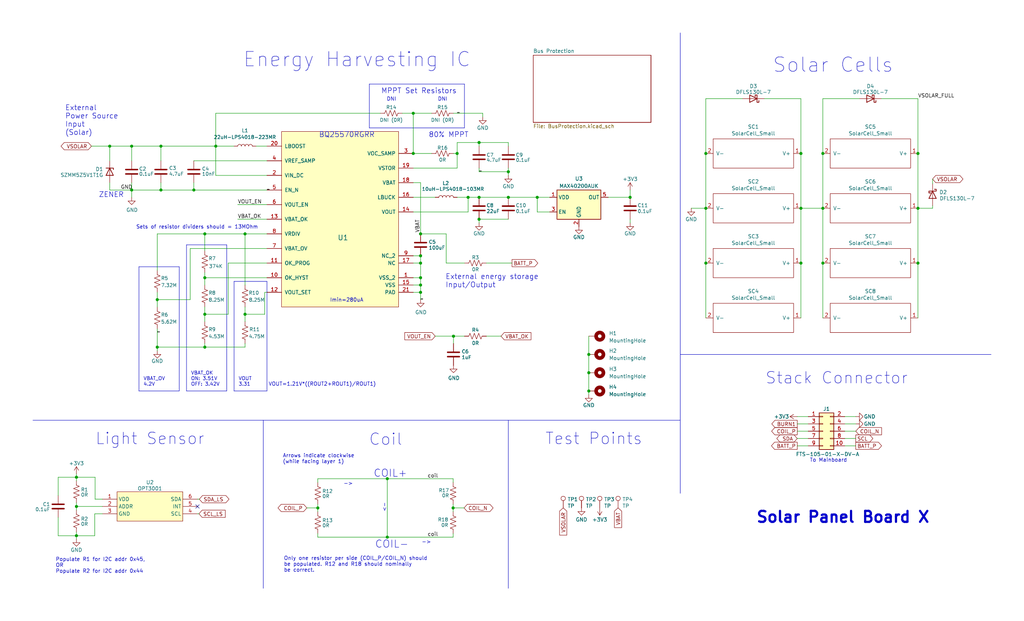
<source format=kicad_sch>
(kicad_sch (version 20230121) (generator eeschema)

  (uuid b5352a33-563a-4ffe-a231-2e68fb54afa3)

  (paper "USLegal")

  (title_block
    (title "PyCubed Mini")
    (date "2023-04-12")
    (rev "B3/02")
    (company "REx Lab Carnegie Mellon University")
    (comment 1 "Z.Manchester")
    (comment 2 "N.Khera")
    (comment 3 "M.Holliday")
  )

  (lib_symbols
    (symbol "Analog_Switch:MAX40200AUK" (in_bom yes) (on_board yes)
      (property "Reference" "U" (at -6.35 6.35 0)
        (effects (font (size 1.27 1.27)))
      )
      (property "Value" "MAX40200AUK" (at 7.62 6.35 0)
        (effects (font (size 1.27 1.27)))
      )
      (property "Footprint" "Package_TO_SOT_SMD:SOT-23-5" (at 0 12.7 0)
        (effects (font (size 1.27 1.27)) hide)
      )
      (property "Datasheet" "https://datasheets.maximintegrated.com/en/ds/MAX40200.pdf" (at 0 12.7 0)
        (effects (font (size 1.27 1.27)) hide)
      )
      (property "ki_keywords" "current switch" (at 0 0 0)
        (effects (font (size 1.27 1.27)) hide)
      )
      (property "ki_description" "Ideal Diode, Ultra-Low Voltage Drop, 1.5-5.5V, 1A, SOT-23-5" (at 0 0 0)
        (effects (font (size 1.27 1.27)) hide)
      )
      (property "ki_fp_filters" "SOT?23*" (at 0 0 0)
        (effects (font (size 1.27 1.27)) hide)
      )
      (symbol "MAX40200AUK_1_1"
        (rectangle (start -7.62 -5.08) (end 7.62 5.08)
          (stroke (width 0.254) (type default))
          (fill (type background))
        )
        (pin power_in line (at -10.16 2.54 0) (length 2.54)
          (name "VDD" (effects (font (size 1.27 1.27))))
          (number "1" (effects (font (size 1.27 1.27))))
        )
        (pin power_in line (at 0 -7.62 90) (length 2.54)
          (name "GND" (effects (font (size 1.27 1.27))))
          (number "2" (effects (font (size 1.27 1.27))))
        )
        (pin input line (at -10.16 -2.54 0) (length 2.54)
          (name "EN" (effects (font (size 1.27 1.27))))
          (number "3" (effects (font (size 1.27 1.27))))
        )
        (pin no_connect line (at 7.62 -2.54 180) (length 2.54) hide
          (name "NC" (effects (font (size 1.27 1.27))))
          (number "4" (effects (font (size 1.27 1.27))))
        )
        (pin passive line (at 10.16 2.54 180) (length 2.54)
          (name "OUT" (effects (font (size 1.27 1.27))))
          (number "5" (effects (font (size 1.27 1.27))))
        )
      )
    )
    (symbol "Connector:TestPoint" (pin_numbers hide) (pin_names (offset 0.762) hide) (in_bom yes) (on_board yes)
      (property "Reference" "TP" (at 0 6.858 0)
        (effects (font (size 1.27 1.27)))
      )
      (property "Value" "TestPoint" (at 0 5.08 0)
        (effects (font (size 1.27 1.27)))
      )
      (property "Footprint" "" (at 5.08 0 0)
        (effects (font (size 1.27 1.27)) hide)
      )
      (property "Datasheet" "~" (at 5.08 0 0)
        (effects (font (size 1.27 1.27)) hide)
      )
      (property "ki_keywords" "test point tp" (at 0 0 0)
        (effects (font (size 1.27 1.27)) hide)
      )
      (property "ki_description" "test point" (at 0 0 0)
        (effects (font (size 1.27 1.27)) hide)
      )
      (property "ki_fp_filters" "Pin* Test*" (at 0 0 0)
        (effects (font (size 1.27 1.27)) hide)
      )
      (symbol "TestPoint_0_1"
        (circle (center 0 3.302) (radius 0.762)
          (stroke (width 0) (type default))
          (fill (type none))
        )
      )
      (symbol "TestPoint_1_1"
        (pin passive line (at 0 0 90) (length 2.54)
          (name "1" (effects (font (size 1.27 1.27))))
          (number "1" (effects (font (size 1.27 1.27))))
        )
      )
    )
    (symbol "Connector_Generic:Conn_02x05_Odd_Even" (pin_names (offset 1.016) hide) (in_bom yes) (on_board yes)
      (property "Reference" "J" (at 1.27 7.62 0)
        (effects (font (size 1.27 1.27)))
      )
      (property "Value" "Conn_02x05_Odd_Even" (at 1.27 -7.62 0)
        (effects (font (size 1.27 1.27)))
      )
      (property "Footprint" "" (at 0 0 0)
        (effects (font (size 1.27 1.27)) hide)
      )
      (property "Datasheet" "~" (at 0 0 0)
        (effects (font (size 1.27 1.27)) hide)
      )
      (property "ki_keywords" "connector" (at 0 0 0)
        (effects (font (size 1.27 1.27)) hide)
      )
      (property "ki_description" "Generic connector, double row, 02x05, odd/even pin numbering scheme (row 1 odd numbers, row 2 even numbers), script generated (kicad-library-utils/schlib/autogen/connector/)" (at 0 0 0)
        (effects (font (size 1.27 1.27)) hide)
      )
      (property "ki_fp_filters" "Connector*:*_2x??_*" (at 0 0 0)
        (effects (font (size 1.27 1.27)) hide)
      )
      (symbol "Conn_02x05_Odd_Even_1_1"
        (rectangle (start -1.27 -4.953) (end 0 -5.207)
          (stroke (width 0.1524) (type default))
          (fill (type none))
        )
        (rectangle (start -1.27 -2.413) (end 0 -2.667)
          (stroke (width 0.1524) (type default))
          (fill (type none))
        )
        (rectangle (start -1.27 0.127) (end 0 -0.127)
          (stroke (width 0.1524) (type default))
          (fill (type none))
        )
        (rectangle (start -1.27 2.667) (end 0 2.413)
          (stroke (width 0.1524) (type default))
          (fill (type none))
        )
        (rectangle (start -1.27 5.207) (end 0 4.953)
          (stroke (width 0.1524) (type default))
          (fill (type none))
        )
        (rectangle (start -1.27 6.35) (end 3.81 -6.35)
          (stroke (width 0.254) (type default))
          (fill (type background))
        )
        (rectangle (start 3.81 -4.953) (end 2.54 -5.207)
          (stroke (width 0.1524) (type default))
          (fill (type none))
        )
        (rectangle (start 3.81 -2.413) (end 2.54 -2.667)
          (stroke (width 0.1524) (type default))
          (fill (type none))
        )
        (rectangle (start 3.81 0.127) (end 2.54 -0.127)
          (stroke (width 0.1524) (type default))
          (fill (type none))
        )
        (rectangle (start 3.81 2.667) (end 2.54 2.413)
          (stroke (width 0.1524) (type default))
          (fill (type none))
        )
        (rectangle (start 3.81 5.207) (end 2.54 4.953)
          (stroke (width 0.1524) (type default))
          (fill (type none))
        )
        (pin passive line (at -5.08 5.08 0) (length 3.81)
          (name "Pin_1" (effects (font (size 1.27 1.27))))
          (number "1" (effects (font (size 1.27 1.27))))
        )
        (pin passive line (at 7.62 -5.08 180) (length 3.81)
          (name "Pin_10" (effects (font (size 1.27 1.27))))
          (number "10" (effects (font (size 1.27 1.27))))
        )
        (pin passive line (at 7.62 5.08 180) (length 3.81)
          (name "Pin_2" (effects (font (size 1.27 1.27))))
          (number "2" (effects (font (size 1.27 1.27))))
        )
        (pin passive line (at -5.08 2.54 0) (length 3.81)
          (name "Pin_3" (effects (font (size 1.27 1.27))))
          (number "3" (effects (font (size 1.27 1.27))))
        )
        (pin passive line (at 7.62 2.54 180) (length 3.81)
          (name "Pin_4" (effects (font (size 1.27 1.27))))
          (number "4" (effects (font (size 1.27 1.27))))
        )
        (pin passive line (at -5.08 0 0) (length 3.81)
          (name "Pin_5" (effects (font (size 1.27 1.27))))
          (number "5" (effects (font (size 1.27 1.27))))
        )
        (pin passive line (at 7.62 0 180) (length 3.81)
          (name "Pin_6" (effects (font (size 1.27 1.27))))
          (number "6" (effects (font (size 1.27 1.27))))
        )
        (pin passive line (at -5.08 -2.54 0) (length 3.81)
          (name "Pin_7" (effects (font (size 1.27 1.27))))
          (number "7" (effects (font (size 1.27 1.27))))
        )
        (pin passive line (at 7.62 -2.54 180) (length 3.81)
          (name "Pin_8" (effects (font (size 1.27 1.27))))
          (number "8" (effects (font (size 1.27 1.27))))
        )
        (pin passive line (at -5.08 -5.08 0) (length 3.81)
          (name "Pin_9" (effects (font (size 1.27 1.27))))
          (number "9" (effects (font (size 1.27 1.27))))
        )
      )
    )
    (symbol "Device:C" (pin_numbers hide) (pin_names (offset 0.254)) (in_bom yes) (on_board yes)
      (property "Reference" "C" (at 0.635 2.54 0)
        (effects (font (size 1.27 1.27)) (justify left))
      )
      (property "Value" "C" (at 0.635 -2.54 0)
        (effects (font (size 1.27 1.27)) (justify left))
      )
      (property "Footprint" "" (at 0.9652 -3.81 0)
        (effects (font (size 1.27 1.27)) hide)
      )
      (property "Datasheet" "~" (at 0 0 0)
        (effects (font (size 1.27 1.27)) hide)
      )
      (property "ki_keywords" "cap capacitor" (at 0 0 0)
        (effects (font (size 1.27 1.27)) hide)
      )
      (property "ki_description" "Unpolarized capacitor" (at 0 0 0)
        (effects (font (size 1.27 1.27)) hide)
      )
      (property "ki_fp_filters" "C_*" (at 0 0 0)
        (effects (font (size 1.27 1.27)) hide)
      )
      (symbol "C_0_1"
        (polyline
          (pts
            (xy -2.032 -0.762)
            (xy 2.032 -0.762)
          )
          (stroke (width 0.508) (type default))
          (fill (type none))
        )
        (polyline
          (pts
            (xy -2.032 0.762)
            (xy 2.032 0.762)
          )
          (stroke (width 0.508) (type default))
          (fill (type none))
        )
      )
      (symbol "C_1_1"
        (pin passive line (at 0 3.81 270) (length 2.794)
          (name "~" (effects (font (size 1.27 1.27))))
          (number "1" (effects (font (size 1.27 1.27))))
        )
        (pin passive line (at 0 -3.81 90) (length 2.794)
          (name "~" (effects (font (size 1.27 1.27))))
          (number "2" (effects (font (size 1.27 1.27))))
        )
      )
    )
    (symbol "Device:D_Schottky" (pin_numbers hide) (pin_names (offset 1.016) hide) (in_bom yes) (on_board yes)
      (property "Reference" "D" (at 0 2.54 0)
        (effects (font (size 1.27 1.27)))
      )
      (property "Value" "D_Schottky" (at 0 -2.54 0)
        (effects (font (size 1.27 1.27)))
      )
      (property "Footprint" "" (at 0 0 0)
        (effects (font (size 1.27 1.27)) hide)
      )
      (property "Datasheet" "~" (at 0 0 0)
        (effects (font (size 1.27 1.27)) hide)
      )
      (property "ki_keywords" "diode Schottky" (at 0 0 0)
        (effects (font (size 1.27 1.27)) hide)
      )
      (property "ki_description" "Schottky diode" (at 0 0 0)
        (effects (font (size 1.27 1.27)) hide)
      )
      (property "ki_fp_filters" "TO-???* *_Diode_* *SingleDiode* D_*" (at 0 0 0)
        (effects (font (size 1.27 1.27)) hide)
      )
      (symbol "D_Schottky_0_1"
        (polyline
          (pts
            (xy 1.27 0)
            (xy -1.27 0)
          )
          (stroke (width 0) (type default))
          (fill (type none))
        )
        (polyline
          (pts
            (xy 1.27 1.27)
            (xy 1.27 -1.27)
            (xy -1.27 0)
            (xy 1.27 1.27)
          )
          (stroke (width 0.254) (type default))
          (fill (type none))
        )
        (polyline
          (pts
            (xy -1.905 0.635)
            (xy -1.905 1.27)
            (xy -1.27 1.27)
            (xy -1.27 -1.27)
            (xy -0.635 -1.27)
            (xy -0.635 -0.635)
          )
          (stroke (width 0.254) (type default))
          (fill (type none))
        )
      )
      (symbol "D_Schottky_1_1"
        (pin passive line (at -3.81 0 0) (length 2.54)
          (name "K" (effects (font (size 1.27 1.27))))
          (number "1" (effects (font (size 1.27 1.27))))
        )
        (pin passive line (at 3.81 0 180) (length 2.54)
          (name "A" (effects (font (size 1.27 1.27))))
          (number "2" (effects (font (size 1.27 1.27))))
        )
      )
    )
    (symbol "Device:L" (pin_numbers hide) (pin_names (offset 1.016) hide) (in_bom yes) (on_board yes)
      (property "Reference" "L" (at -1.27 0 90)
        (effects (font (size 1.27 1.27)))
      )
      (property "Value" "L" (at 1.905 0 90)
        (effects (font (size 1.27 1.27)))
      )
      (property "Footprint" "" (at 0 0 0)
        (effects (font (size 1.27 1.27)) hide)
      )
      (property "Datasheet" "~" (at 0 0 0)
        (effects (font (size 1.27 1.27)) hide)
      )
      (property "ki_keywords" "inductor choke coil reactor magnetic" (at 0 0 0)
        (effects (font (size 1.27 1.27)) hide)
      )
      (property "ki_description" "Inductor" (at 0 0 0)
        (effects (font (size 1.27 1.27)) hide)
      )
      (property "ki_fp_filters" "Choke_* *Coil* Inductor_* L_*" (at 0 0 0)
        (effects (font (size 1.27 1.27)) hide)
      )
      (symbol "L_0_1"
        (arc (start 0 -2.54) (mid 0.6323 -1.905) (end 0 -1.27)
          (stroke (width 0) (type default))
          (fill (type none))
        )
        (arc (start 0 -1.27) (mid 0.6323 -0.635) (end 0 0)
          (stroke (width 0) (type default))
          (fill (type none))
        )
        (arc (start 0 0) (mid 0.6323 0.635) (end 0 1.27)
          (stroke (width 0) (type default))
          (fill (type none))
        )
        (arc (start 0 1.27) (mid 0.6323 1.905) (end 0 2.54)
          (stroke (width 0) (type default))
          (fill (type none))
        )
      )
      (symbol "L_1_1"
        (pin passive line (at 0 3.81 270) (length 1.27)
          (name "1" (effects (font (size 1.27 1.27))))
          (number "1" (effects (font (size 1.27 1.27))))
        )
        (pin passive line (at 0 -3.81 90) (length 1.27)
          (name "2" (effects (font (size 1.27 1.27))))
          (number "2" (effects (font (size 1.27 1.27))))
        )
      )
    )
    (symbol "Device:R_US" (pin_numbers hide) (pin_names (offset 0)) (in_bom yes) (on_board yes)
      (property "Reference" "R" (at 2.54 0 90)
        (effects (font (size 1.27 1.27)))
      )
      (property "Value" "R_US" (at -2.54 0 90)
        (effects (font (size 1.27 1.27)))
      )
      (property "Footprint" "" (at 1.016 -0.254 90)
        (effects (font (size 1.27 1.27)) hide)
      )
      (property "Datasheet" "~" (at 0 0 0)
        (effects (font (size 1.27 1.27)) hide)
      )
      (property "ki_keywords" "R res resistor" (at 0 0 0)
        (effects (font (size 1.27 1.27)) hide)
      )
      (property "ki_description" "Resistor, US symbol" (at 0 0 0)
        (effects (font (size 1.27 1.27)) hide)
      )
      (property "ki_fp_filters" "R_*" (at 0 0 0)
        (effects (font (size 1.27 1.27)) hide)
      )
      (symbol "R_US_0_1"
        (polyline
          (pts
            (xy 0 -2.286)
            (xy 0 -2.54)
          )
          (stroke (width 0) (type default))
          (fill (type none))
        )
        (polyline
          (pts
            (xy 0 2.286)
            (xy 0 2.54)
          )
          (stroke (width 0) (type default))
          (fill (type none))
        )
        (polyline
          (pts
            (xy 0 -0.762)
            (xy 1.016 -1.143)
            (xy 0 -1.524)
            (xy -1.016 -1.905)
            (xy 0 -2.286)
          )
          (stroke (width 0) (type default))
          (fill (type none))
        )
        (polyline
          (pts
            (xy 0 0.762)
            (xy 1.016 0.381)
            (xy 0 0)
            (xy -1.016 -0.381)
            (xy 0 -0.762)
          )
          (stroke (width 0) (type default))
          (fill (type none))
        )
        (polyline
          (pts
            (xy 0 2.286)
            (xy 1.016 1.905)
            (xy 0 1.524)
            (xy -1.016 1.143)
            (xy 0 0.762)
          )
          (stroke (width 0) (type default))
          (fill (type none))
        )
      )
      (symbol "R_US_1_1"
        (pin passive line (at 0 3.81 270) (length 1.27)
          (name "~" (effects (font (size 1.27 1.27))))
          (number "1" (effects (font (size 1.27 1.27))))
        )
        (pin passive line (at 0 -3.81 90) (length 1.27)
          (name "~" (effects (font (size 1.27 1.27))))
          (number "2" (effects (font (size 1.27 1.27))))
        )
      )
    )
    (symbol "Diode:Z1SMAxxx" (pin_numbers hide) (pin_names hide) (in_bom yes) (on_board yes)
      (property "Reference" "D" (at 0 2.54 0)
        (effects (font (size 1.27 1.27)))
      )
      (property "Value" "Z1SMAxxx" (at 0 -2.54 0)
        (effects (font (size 1.27 1.27)))
      )
      (property "Footprint" "Diode_SMD:D_SMA" (at 0 -4.445 0)
        (effects (font (size 1.27 1.27)) hide)
      )
      (property "Datasheet" "https://diotec.com/tl_files/diotec/files/pdf/datasheets/z1sma1.pdf" (at 0 0 0)
        (effects (font (size 1.27 1.27)) hide)
      )
      (property "ki_keywords" "zener diode" (at 0 0 0)
        (effects (font (size 1.27 1.27)) hide)
      )
      (property "ki_description" "1000mW Zener Diode, SMA(DO-214AC)" (at 0 0 0)
        (effects (font (size 1.27 1.27)) hide)
      )
      (property "ki_fp_filters" "D?SMA*" (at 0 0 0)
        (effects (font (size 1.27 1.27)) hide)
      )
      (symbol "Z1SMAxxx_0_1"
        (polyline
          (pts
            (xy 1.27 0)
            (xy -1.27 0)
          )
          (stroke (width 0) (type default))
          (fill (type none))
        )
        (polyline
          (pts
            (xy -1.27 -1.27)
            (xy -1.27 1.27)
            (xy -0.762 1.27)
          )
          (stroke (width 0.254) (type default))
          (fill (type none))
        )
        (polyline
          (pts
            (xy 1.27 -1.27)
            (xy 1.27 1.27)
            (xy -1.27 0)
            (xy 1.27 -1.27)
          )
          (stroke (width 0.254) (type default))
          (fill (type none))
        )
      )
      (symbol "Z1SMAxxx_1_1"
        (pin passive line (at -3.81 0 0) (length 2.54)
          (name "K" (effects (font (size 1.27 1.27))))
          (number "1" (effects (font (size 1.27 1.27))))
        )
        (pin passive line (at 3.81 0 180) (length 2.54)
          (name "A" (effects (font (size 1.27 1.27))))
          (number "2" (effects (font (size 1.27 1.27))))
        )
      )
    )
    (symbol "Mechanical:MountingHole_Pad" (pin_numbers hide) (pin_names (offset 1.016) hide) (in_bom yes) (on_board yes)
      (property "Reference" "H" (at 0 6.35 0)
        (effects (font (size 1.27 1.27)))
      )
      (property "Value" "MountingHole_Pad" (at 0 4.445 0)
        (effects (font (size 1.27 1.27)))
      )
      (property "Footprint" "" (at 0 0 0)
        (effects (font (size 1.27 1.27)) hide)
      )
      (property "Datasheet" "~" (at 0 0 0)
        (effects (font (size 1.27 1.27)) hide)
      )
      (property "ki_keywords" "mounting hole" (at 0 0 0)
        (effects (font (size 1.27 1.27)) hide)
      )
      (property "ki_description" "Mounting Hole with connection" (at 0 0 0)
        (effects (font (size 1.27 1.27)) hide)
      )
      (property "ki_fp_filters" "MountingHole*Pad*" (at 0 0 0)
        (effects (font (size 1.27 1.27)) hide)
      )
      (symbol "MountingHole_Pad_0_1"
        (circle (center 0 1.27) (radius 1.27)
          (stroke (width 1.27) (type default))
          (fill (type none))
        )
      )
      (symbol "MountingHole_Pad_1_1"
        (pin input line (at 0 -2.54 90) (length 2.54)
          (name "1" (effects (font (size 1.27 1.27))))
          (number "1" (effects (font (size 1.27 1.27))))
        )
      )
    )
    (symbol "power:+3V3" (power) (pin_names (offset 0)) (in_bom yes) (on_board yes)
      (property "Reference" "#PWR" (at 0 -3.81 0)
        (effects (font (size 1.27 1.27)) hide)
      )
      (property "Value" "+3V3" (at 0 3.556 0)
        (effects (font (size 1.27 1.27)))
      )
      (property "Footprint" "" (at 0 0 0)
        (effects (font (size 1.27 1.27)) hide)
      )
      (property "Datasheet" "" (at 0 0 0)
        (effects (font (size 1.27 1.27)) hide)
      )
      (property "ki_keywords" "global power" (at 0 0 0)
        (effects (font (size 1.27 1.27)) hide)
      )
      (property "ki_description" "Power symbol creates a global label with name \"+3V3\"" (at 0 0 0)
        (effects (font (size 1.27 1.27)) hide)
      )
      (symbol "+3V3_0_1"
        (polyline
          (pts
            (xy -0.762 1.27)
            (xy 0 2.54)
          )
          (stroke (width 0) (type default))
          (fill (type none))
        )
        (polyline
          (pts
            (xy 0 0)
            (xy 0 2.54)
          )
          (stroke (width 0) (type default))
          (fill (type none))
        )
        (polyline
          (pts
            (xy 0 2.54)
            (xy 0.762 1.27)
          )
          (stroke (width 0) (type default))
          (fill (type none))
        )
      )
      (symbol "+3V3_1_1"
        (pin power_in line (at 0 0 90) (length 0) hide
          (name "+3V3" (effects (font (size 1.27 1.27))))
          (number "1" (effects (font (size 1.27 1.27))))
        )
      )
    )
    (symbol "power:GND" (power) (pin_names (offset 0)) (in_bom yes) (on_board yes)
      (property "Reference" "#PWR" (at 0 -6.35 0)
        (effects (font (size 1.27 1.27)) hide)
      )
      (property "Value" "GND" (at 0 -3.81 0)
        (effects (font (size 1.27 1.27)))
      )
      (property "Footprint" "" (at 0 0 0)
        (effects (font (size 1.27 1.27)) hide)
      )
      (property "Datasheet" "" (at 0 0 0)
        (effects (font (size 1.27 1.27)) hide)
      )
      (property "ki_keywords" "global power" (at 0 0 0)
        (effects (font (size 1.27 1.27)) hide)
      )
      (property "ki_description" "Power symbol creates a global label with name \"GND\" , ground" (at 0 0 0)
        (effects (font (size 1.27 1.27)) hide)
      )
      (symbol "GND_0_1"
        (polyline
          (pts
            (xy 0 0)
            (xy 0 -1.27)
            (xy 1.27 -1.27)
            (xy 0 -2.54)
            (xy -1.27 -1.27)
            (xy 0 -1.27)
          )
          (stroke (width 0) (type default))
          (fill (type none))
        )
      )
      (symbol "GND_1_1"
        (pin power_in line (at 0 0 270) (length 0) hide
          (name "GND" (effects (font (size 1.27 1.27))))
          (number "1" (effects (font (size 1.27 1.27))))
        )
      )
    )
    (symbol "solarpanels:BQ25570RGRR" (pin_names (offset 1.016)) (in_bom yes) (on_board yes)
      (property "Reference" "U" (at 0 3.81 0)
        (effects (font (size 1.7526 1.7526)))
      )
      (property "Value" "BQ25570RGRR" (at 0 0 0)
        (effects (font (size 1.7526 1.7526)))
      )
      (property "Footprint" "solarpanels:QFN50P350X350X100-21N-D" (at 0 -33.02 0)
        (effects (font (size 1.27 1.27)) hide)
      )
      (property "Datasheet" "" (at 0 0 0)
        (effects (font (size 1.27 1.27)) hide)
      )
      (symbol "BQ25570RGRR_0_1"
        (rectangle (start -20.32 30.48) (end 20.32 -30.48)
          (stroke (width 0) (type default))
          (fill (type background))
        )
      )
      (symbol "BQ25570RGRR_1_0"
        (pin power_in line (at 25.4 -20.32 180) (length 5.08)
          (name "VSS_2" (effects (font (size 1.27 1.27))))
          (number "1" (effects (font (size 1.27 1.27))))
        )
        (pin input line (at -25.4 -20.32 0) (length 5.08)
          (name "OK_HYST" (effects (font (size 1.27 1.27))))
          (number "10" (effects (font (size 1.27 1.27))))
        )
        (pin input line (at -25.4 -15.24 0) (length 5.08)
          (name "OK_PROG" (effects (font (size 1.27 1.27))))
          (number "11" (effects (font (size 1.27 1.27))))
        )
        (pin input line (at -25.4 -25.4 0) (length 5.08)
          (name "VOUT_SET" (effects (font (size 1.27 1.27))))
          (number "12" (effects (font (size 1.27 1.27))))
        )
        (pin output line (at -25.4 0 0) (length 5.08)
          (name "VBAT_OK" (effects (font (size 1.27 1.27))))
          (number "13" (effects (font (size 1.27 1.27))))
        )
        (pin power_in line (at 25.4 2.54 180) (length 5.08)
          (name "VOUT" (effects (font (size 1.27 1.27))))
          (number "14" (effects (font (size 1.27 1.27))))
        )
        (pin power_in line (at 25.4 -22.86 180) (length 5.08)
          (name "VSS" (effects (font (size 1.27 1.27))))
          (number "15" (effects (font (size 1.27 1.27))))
        )
        (pin passive line (at 25.4 7.62 180) (length 5.08)
          (name "LBUCK" (effects (font (size 1.27 1.27))))
          (number "16" (effects (font (size 1.27 1.27))))
        )
        (pin passive line (at 25.4 -15.24 180) (length 5.08)
          (name "NC" (effects (font (size 1.27 1.27))))
          (number "17" (effects (font (size 1.27 1.27))))
        )
        (pin bidirectional line (at 25.4 12.7 180) (length 5.08)
          (name "VBAT" (effects (font (size 1.27 1.27))))
          (number "18" (effects (font (size 1.27 1.27))))
        )
        (pin power_in line (at 25.4 17.78 180) (length 5.08)
          (name "VSTOR" (effects (font (size 1.27 1.27))))
          (number "19" (effects (font (size 1.27 1.27))))
        )
        (pin power_in line (at -25.4 15.24 0) (length 5.08)
          (name "VIN_DC" (effects (font (size 1.27 1.27))))
          (number "2" (effects (font (size 1.27 1.27))))
        )
        (pin input line (at -25.4 25.4 0) (length 5.08)
          (name "LBOOST" (effects (font (size 1.27 1.27))))
          (number "20" (effects (font (size 1.27 1.27))))
        )
        (pin power_in line (at 25.4 -25.4 180) (length 5.08)
          (name "PAD" (effects (font (size 1.27 1.27))))
          (number "21" (effects (font (size 1.27 1.27))))
        )
        (pin input line (at 25.4 22.86 180) (length 5.08)
          (name "VOC_SAMP" (effects (font (size 1.27 1.27))))
          (number "3" (effects (font (size 1.27 1.27))))
        )
        (pin input line (at -25.4 20.32 0) (length 5.08)
          (name "VREF_SAMP" (effects (font (size 1.27 1.27))))
          (number "4" (effects (font (size 1.27 1.27))))
        )
        (pin input line (at -25.4 10.16 0) (length 5.08)
          (name "EN_N" (effects (font (size 1.27 1.27))))
          (number "5" (effects (font (size 1.27 1.27))))
        )
        (pin input line (at -25.4 5.08 0) (length 5.08)
          (name "VOUT_EN" (effects (font (size 1.27 1.27))))
          (number "6" (effects (font (size 1.27 1.27))))
        )
        (pin input line (at -25.4 -10.16 0) (length 5.08)
          (name "VBAT_OV" (effects (font (size 1.27 1.27))))
          (number "7" (effects (font (size 1.27 1.27))))
        )
        (pin output line (at -25.4 -5.08 0) (length 5.08)
          (name "VRDIV" (effects (font (size 1.27 1.27))))
          (number "8" (effects (font (size 1.27 1.27))))
        )
        (pin power_in line (at 25.4 -12.7 180) (length 5.08)
          (name "NC_2" (effects (font (size 1.27 1.27))))
          (number "9" (effects (font (size 1.27 1.27))))
        )
      )
    )
    (symbol "solarpanels:OPT3001" (in_bom yes) (on_board yes)
      (property "Reference" "U2" (at 0 8.255 0)
        (effects (font (size 1.27 1.27)))
      )
      (property "Value" "OPT3001" (at 0 6.223 0)
        (effects (font (size 1.27 1.27)))
      )
      (property "Footprint" "solarpanels:OPT3001" (at 0 -6.35 0)
        (effects (font (size 1.27 1.27)) hide)
      )
      (property "Datasheet" "" (at 0 0 0)
        (effects (font (size 1.27 1.27)) hide)
      )
      (symbol "OPT3001_0_0"
        (pin unspecified line (at -16.51 2.54 0) (length 5.08)
          (name "VDD" (effects (font (size 1.27 1.27))))
          (number "1" (effects (font (size 1.27 1.27))))
        )
        (pin unspecified line (at -16.51 0 0) (length 5.08)
          (name "ADDR" (effects (font (size 1.27 1.27))))
          (number "2" (effects (font (size 1.27 1.27))))
        )
        (pin unspecified line (at -16.51 -2.54 0) (length 5.08)
          (name "GND" (effects (font (size 1.27 1.27))))
          (number "3" (effects (font (size 1.27 1.27))))
        )
        (pin unspecified line (at 16.51 -2.54 180) (length 5.08)
          (name "SCL" (effects (font (size 1.27 1.27))))
          (number "4" (effects (font (size 1.27 1.27))))
        )
        (pin unspecified line (at 16.51 0 180) (length 5.08)
          (name "INT" (effects (font (size 1.27 1.27))))
          (number "5" (effects (font (size 1.27 1.27))))
        )
        (pin unspecified line (at 16.51 2.54 180) (length 5.08)
          (name "SDA" (effects (font (size 1.27 1.27))))
          (number "6" (effects (font (size 1.27 1.27))))
        )
        (pin unspecified line (at -16.51 -2.54 0) (length 5.08) hide
          (name "GND" (effects (font (size 1.27 1.27))))
          (number "7" (effects (font (size 1.27 1.27))))
        )
      )
      (symbol "OPT3001_0_1"
        (polyline
          (pts
            (xy -11.43 5.08)
            (xy 11.43 5.08)
            (xy 11.43 -5.08)
            (xy -11.43 -5.08)
            (xy -11.43 5.08)
          )
          (stroke (width 0.1524) (type default))
          (fill (type background))
        )
      )
    )
    (symbol "solarpanels:SolarCell_Small" (pin_names (offset 1.016)) (in_bom yes) (on_board yes)
      (property "Reference" "SC" (at 0 -1.27 0)
        (effects (font (size 1.27 1.27)))
      )
      (property "Value" "SolarCell_Small" (at 0 1.27 0)
        (effects (font (size 1.27 1.27)))
      )
      (property "Footprint" "solarpanels:KXOB25-05X3F" (at 0 6.35 0)
        (effects (font (size 1.27 1.27)) hide)
      )
      (property "Datasheet" "" (at 5.08 0 90)
        (effects (font (size 1.27 1.27)) hide)
      )
      (symbol "SolarCell_Small_0_1"
        (rectangle (start -13.97 -5.08) (end 13.97 5.08)
          (stroke (width 0) (type default))
          (fill (type none))
        )
      )
      (symbol "SolarCell_Small_1_1"
        (pin bidirectional line (at -16.51 0 0) (length 2.54)
          (name "V+" (effects (font (size 1.27 1.27))))
          (number "1" (effects (font (size 1.27 1.27))))
        )
        (pin bidirectional line (at 16.51 0 180) (length 2.54)
          (name "V-" (effects (font (size 1.27 1.27))))
          (number "2" (effects (font (size 1.27 1.27))))
        )
      )
    )
  )

  (junction (at 38.1 50.8) (diameter 0) (color 0 0 0 0)
    (uuid 0351df45-d042-41d4-ba35-88092c7be2fc)
  )
  (junction (at 166.37 49.53) (diameter 0) (color 0 0 0 0)
    (uuid 0755aee5-bc01-4cb5-b830-583289df50a3)
  )
  (junction (at 26.543 186.182) (diameter 0) (color 0 0 0 0)
    (uuid 0a1a4d88-972a-46ce-b25e-6cb796bd41f7)
  )
  (junction (at 54.61 104.14) (diameter 0) (color 0 0 0 0)
    (uuid 0c3dceba-7c95-4b3d-b590-0eb581444beb)
  )
  (junction (at 143.51 53.34) (diameter 0) (color 0 0 0 0)
    (uuid 16bd6381-8ac0-4bf2-9dce-ecc20c724b8d)
  )
  (junction (at 245.11 91.44) (diameter 0) (color 0 0 0 0)
    (uuid 1e48966e-d29d-4521-8939-ec8ac570431d)
  )
  (junction (at 45.72 66.04) (diameter 0) (color 0 0 0 0)
    (uuid 25d545dc-8f50-4573-922c-35ef5a2a3a19)
  )
  (junction (at 146.05 88.9) (diameter 0) (color 0 0 0 0)
    (uuid 3df42559-8fee-4c63-86f6-cae1321bd50a)
  )
  (junction (at 110.363 176.53) (diameter 0) (color 0 0 0 0)
    (uuid 410616be-952b-4a74-b2d1-5cad275bd988)
  )
  (junction (at 204.47 123.19) (diameter 0) (color 0 0 0 0)
    (uuid 43248abc-fc95-41a9-9163-0247beacb268)
  )
  (junction (at 26.543 165.862) (diameter 0) (color 0 0 0 0)
    (uuid 4c843bdb-6c9e-40dd-85e2-0567846e18ba)
  )
  (junction (at 71.12 109.22) (diameter 0) (color 0 0 0 0)
    (uuid 5114c7bf-b955-49f3-a0a8-4b954c81bde0)
  )
  (junction (at 157.353 176.53) (diameter 0) (color 0 0 0 0)
    (uuid 528c8586-3215-49cf-98bd-408700f1698b)
  )
  (junction (at 74.93 50.8) (diameter 0) (color 0 0 0 0)
    (uuid 5dabf3ae-2a69-42c0-afd2-75d655dd41d9)
  )
  (junction (at 285.75 72.39) (diameter 0) (color 0 0 0 0)
    (uuid 6325c32f-c82a-4357-b022-f9c7e76f412e)
  )
  (junction (at 26.543 176.022) (diameter 0) (color 0 0 0 0)
    (uuid 64421dca-7a7b-40e6-9be3-4c1d56cce945)
  )
  (junction (at 85.09 81.28) (diameter 0) (color 0 0 0 0)
    (uuid 67bee25e-cac4-42d9-9ff9-253ce55e4651)
  )
  (junction (at 318.77 91.44) (diameter 0) (color 0 0 0 0)
    (uuid 691af561-538d-4e8f-a916-26cad45eb7d6)
  )
  (junction (at 54.61 120.65) (diameter 0) (color 0 0 0 0)
    (uuid 71313424-6bff-411a-af59-1cf0a16fe298)
  )
  (junction (at 85.09 109.22) (diameter 0) (color 0 0 0 0)
    (uuid 770ad51a-7219-4633-b24a-bd20feb0a6c5)
  )
  (junction (at 162.56 68.58) (diameter 0) (color 0 0 0 0)
    (uuid 7757a51f-2615-43e6-b907-99308acfc072)
  )
  (junction (at 71.12 96.52) (diameter 0) (color 0 0 0 0)
    (uuid 789ca812-3e0c-4a3f-97bc-a916dd9bce80)
  )
  (junction (at 176.53 59.69) (diameter 0) (color 0 0 0 0)
    (uuid 7b8f22d8-11de-4d50-bb29-770c71ebf1d2)
  )
  (junction (at 55.88 50.8) (diameter 0) (color 0 0 0 0)
    (uuid 8d9a3ecc-539f-41da-8099-d37cea9c28e7)
  )
  (junction (at 245.11 53.34) (diameter 0) (color 0 0 0 0)
    (uuid 90e761f6-1432-4f73-ad28-fa8869b7ec31)
  )
  (junction (at 285.75 53.34) (diameter 0) (color 0 0 0 0)
    (uuid 9390234f-bf3f-46cd-b6a0-8a438ec76e9f)
  )
  (junction (at 146.05 81.28) (diameter 0) (color 0 0 0 0)
    (uuid 955b9649-4313-4523-a28a-680c074f984c)
  )
  (junction (at 146.05 96.52) (diameter 0) (color 0 0 0 0)
    (uuid 9b0a1687-7e1b-4a04-a30b-c27a072a2949)
  )
  (junction (at 186.563 68.58) (diameter 0) (color 0 0 0 0)
    (uuid 9b643322-a438-4459-941c-8f6e09086e5c)
  )
  (junction (at 146.05 101.6) (diameter 0) (color 0 0 0 0)
    (uuid 9e1b837f-0d34-4a18-9644-9ee68f141f46)
  )
  (junction (at 71.12 120.65) (diameter 0) (color 0 0 0 0)
    (uuid 9e4c3a51-7a24-462f-8977-2f755daadded)
  )
  (junction (at 143.51 39.37) (diameter 0) (color 0 0 0 0)
    (uuid a5cd8da1-8f7f-4f80-bb23-0317de562222)
  )
  (junction (at 245.11 72.39) (diameter 0) (color 0 0 0 0)
    (uuid a6738794-75ae-48a6-8949-ed8717400d71)
  )
  (junction (at 278.13 72.39) (diameter 0) (color 0 0 0 0)
    (uuid a7f25f41-0b4c-4430-b6cd-b2160b2db099)
  )
  (junction (at 285.75 91.44) (diameter 0) (color 0 0 0 0)
    (uuid a90361cd-254c-4d27-ae1f-9a6c85bafe28)
  )
  (junction (at 218.821 68.58) (diameter 0) (color 0 0 0 0)
    (uuid b18d44c7-ab7d-4113-93ca-40c0165d113d)
  )
  (junction (at 157.48 116.84) (diameter 0) (color 0 0 0 0)
    (uuid b3783ecf-9ca0-4cdb-864e-a6bbb95e0bd8)
  )
  (junction (at 134.493 166.37) (diameter 0) (color 0 0 0 0)
    (uuid b497ea13-0a1e-48a8-bd4a-9f1dc2c6f33c)
  )
  (junction (at 318.77 72.39) (diameter 0) (color 0 0 0 0)
    (uuid b7bf6e08-7978-4190-aff5-c90d967f0f9c)
  )
  (junction (at 158.75 53.34) (diameter 0) (color 0 0 0 0)
    (uuid bab67267-f5fe-41ae-ac89-731deed60a7d)
  )
  (junction (at 146.05 99.06) (diameter 0) (color 0 0 0 0)
    (uuid c01d25cd-f4bb-4ef3-b5ea-533a2a4ddb2b)
  )
  (junction (at 166.37 76.2) (diameter 0) (color 0 0 0 0)
    (uuid c30146c7-1026-42ff-907e-4021898cc0a9)
  )
  (junction (at 67.31 66.04) (diameter 0) (color 0 0 0 0)
    (uuid c43663ee-9a0d-4f27-a292-89ba89964065)
  )
  (junction (at 55.88 66.04) (diameter 0) (color 0 0 0 0)
    (uuid c830e3bc-dc64-4f65-8f47-3b106bae2807)
  )
  (junction (at 278.13 91.44) (diameter 0) (color 0 0 0 0)
    (uuid c8a7af6e-c432-4fa3-91ee-c8bf0c5a9ebe)
  )
  (junction (at 318.77 53.34) (diameter 0) (color 0 0 0 0)
    (uuid ccc4cc25-ac17-45ef-825c-e079951ffb21)
  )
  (junction (at 278.13 53.34) (diameter 0) (color 0 0 0 0)
    (uuid d01102e9-b170-4eb1-a0a4-9a31feb850b7)
  )
  (junction (at 134.493 186.69) (diameter 0) (color 0 0 0 0)
    (uuid d34fb94a-62ae-4141-9a68-e6dc603eceb4)
  )
  (junction (at 204.47 129.54) (diameter 0) (color 0 0 0 0)
    (uuid d74dfba2-2ba6-485e-a56a-75aed13d551e)
  )
  (junction (at 204.47 135.89) (diameter 0) (color 0 0 0 0)
    (uuid db622cad-c872-43a7-a2f2-2f1578a1f169)
  )
  (junction (at 176.53 68.58) (diameter 0) (color 0 0 0 0)
    (uuid dc4b2d6a-29c3-4d9f-a93a-39bcb3a58efb)
  )
  (junction (at 71.12 81.28) (diameter 0) (color 0 0 0 0)
    (uuid e43dbe34-ed17-4e35-a5c7-2f1679b3c415)
  )
  (junction (at 45.72 50.8) (diameter 0) (color 0 0 0 0)
    (uuid e472dac4-5b65-4920-b8b2-6065d140a69d)
  )
  (junction (at 146.05 91.44) (diameter 0) (color 0 0 0 0)
    (uuid ee27d19c-8dca-4ac8-a760-6dfd54d28071)
  )
  (junction (at 166.37 68.58) (diameter 0) (color 0 0 0 0)
    (uuid f647376f-5658-47f1-8af7-63ff13c84263)
  )

  (no_connect (at 68.58 176.022) (uuid 4e80ec5a-6eef-4b79-8247-6c3d9e00e256))

  (wire (pts (xy 143.51 101.6) (xy 146.05 101.6))
    (stroke (width 0) (type default))
    (uuid 003c2200-0632-4808-a662-8ddd5d30c768)
  )
  (wire (pts (xy 26.543 176.022) (xy 26.543 177.292))
    (stroke (width 0) (type default))
    (uuid 011a0c02-32b0-4894-a786-5669768870f1)
  )
  (wire (pts (xy 38.1 63.5) (xy 38.1 66.04))
    (stroke (width 0) (type default))
    (uuid 04c41bfe-d16b-4581-b5f6-7a4e0263b180)
  )
  (wire (pts (xy 190.881 73.66) (xy 186.563 73.66))
    (stroke (width 0) (type default))
    (uuid 070b887a-eb7d-4726-a8ca-95a867786e6a)
  )
  (wire (pts (xy 245.11 91.44) (xy 245.11 72.39))
    (stroke (width 0) (type default))
    (uuid 07d160b6-23e1-4aa0-95cb-440482e6fc15)
  )
  (wire (pts (xy 146.05 91.44) (xy 146.05 88.9))
    (stroke (width 0) (type default))
    (uuid 08a7c925-7fae-4530-b0c9-120e185cb318)
  )
  (polyline (pts (xy 78.74 85.09) (xy 78.74 135.89))
    (stroke (width 0) (type default))
    (uuid 099096e4-8c2a-4d84-a16f-06b4b6330e7a)
  )

  (wire (pts (xy 71.12 106.68) (xy 71.12 109.22))
    (stroke (width 0) (type default))
    (uuid 0ac632a2-4d26-4604-a50f-8a4c48acc50d)
  )
  (wire (pts (xy 218.821 76.2) (xy 218.821 77.47))
    (stroke (width 0) (type default))
    (uuid 0b883cd4-f3be-47d2-ad0a-13f9db21f77c)
  )
  (wire (pts (xy 278.13 34.29) (xy 265.43 34.29))
    (stroke (width 0) (type default))
    (uuid 0ceb97d6-1b0f-4b71-921e-b0955c30c998)
  )
  (wire (pts (xy 110.363 175.26) (xy 110.363 176.53))
    (stroke (width 0) (type default))
    (uuid 0d702525-920a-4a16-aa43-c3b9126905de)
  )
  (polyline (pts (xy 81.28 97.79) (xy 92.71 97.79))
    (stroke (width 0) (type default))
    (uuid 0e1ed1c5-7428-4dc7-b76e-49b2d5f8177d)
  )

  (wire (pts (xy 204.47 123.19) (xy 204.47 129.54))
    (stroke (width 0) (type default))
    (uuid 0e9e991f-b114-472c-8e50-e3117ae801ba)
  )
  (wire (pts (xy 85.09 119.38) (xy 85.09 120.65))
    (stroke (width 0) (type default))
    (uuid 12ef5354-6058-4e6c-8693-d8ff90c973e0)
  )
  (wire (pts (xy 146.05 81.28) (xy 146.05 63.5))
    (stroke (width 0) (type default))
    (uuid 13c0ff76-ed71-4cd9-abb0-92c376825d5d)
  )
  (polyline (pts (xy 92.71 97.79) (xy 92.71 135.89))
    (stroke (width 0) (type default))
    (uuid 14c51520-6d91-4098-a59a-5121f2a898f7)
  )

  (wire (pts (xy 204.47 137.16) (xy 204.47 135.89))
    (stroke (width 0) (type default))
    (uuid 16fd9578-6d3f-4311-9a5e-d2d31cd2c52a)
  )
  (wire (pts (xy 79.248 91.44) (xy 92.71 91.44))
    (stroke (width 0) (type default))
    (uuid 182b2d54-931d-49d6-9f39-60a752623e36)
  )
  (wire (pts (xy 54.61 120.65) (xy 71.12 120.65))
    (stroke (width 0) (type default))
    (uuid 18306a46-476a-4f63-bd18-602cf82df125)
  )
  (wire (pts (xy 285.75 91.44) (xy 285.75 110.49))
    (stroke (width 0) (type default))
    (uuid 18d11f32-e1a6-4f29-8e3c-0bfeb07299bd)
  )
  (wire (pts (xy 158.75 53.34) (xy 158.75 58.42))
    (stroke (width 0) (type default))
    (uuid 19fb7d3b-40ed-4406-bd05-ebf739fb6187)
  )
  (wire (pts (xy 157.48 39.37) (xy 167.64 39.37))
    (stroke (width 0) (type default))
    (uuid 1a6d2848-e78e-49fe-8978-e1890f07836f)
  )
  (wire (pts (xy 82.55 76.2) (xy 92.71 76.2))
    (stroke (width 0) (type default))
    (uuid 1baa27db-9af1-4255-98a2-bef50bff4187)
  )
  (wire (pts (xy 139.7 39.37) (xy 143.51 39.37))
    (stroke (width 0) (type default))
    (uuid 1d7d00d7-d17c-422e-b912-657a60b8564d)
  )
  (wire (pts (xy 176.53 60.96) (xy 176.53 59.69))
    (stroke (width 0) (type default))
    (uuid 2018aded-e4b8-4267-b455-f28080a40736)
  )
  (wire (pts (xy 143.51 99.06) (xy 146.05 99.06))
    (stroke (width 0) (type default))
    (uuid 240e07e1-770b-4b27-894f-29fd601c924d)
  )
  (wire (pts (xy 245.11 34.29) (xy 245.11 53.34))
    (stroke (width 0) (type default))
    (uuid 24b72b0d-63b8-4e06-89d0-e94dcf39a600)
  )
  (wire (pts (xy 176.53 58.42) (xy 176.53 59.69))
    (stroke (width 0) (type default))
    (uuid 24f7628d-681d-4f0e-8409-40a129e929d9)
  )
  (wire (pts (xy 323.85 72.39) (xy 323.85 71.501))
    (stroke (width 0) (type default))
    (uuid 251b018a-bb2f-4e15-a4f8-487eb603f53f)
  )
  (wire (pts (xy 110.363 185.42) (xy 110.363 186.69))
    (stroke (width 0) (type default))
    (uuid 2749eca7-d2c9-4462-a1fc-2ae31fe46beb)
  )
  (wire (pts (xy 45.72 50.8) (xy 55.88 50.8))
    (stroke (width 0) (type default))
    (uuid 275aa44a-b61f-489f-9e2a-819a0fe0d1eb)
  )
  (wire (pts (xy 318.77 72.39) (xy 323.85 72.39))
    (stroke (width 0) (type default))
    (uuid 2a063f12-9db4-458a-bbc8-47e48e57adea)
  )
  (wire (pts (xy 318.77 34.29) (xy 318.77 53.34))
    (stroke (width 0) (type default))
    (uuid 2b5a9ad3-7ec4-447d-916c-47adf5f9674f)
  )
  (polyline (pts (xy 92.71 135.89) (xy 81.28 135.89))
    (stroke (width 0) (type default))
    (uuid 2d67a417-188f-4014-9282-000265d80009)
  )

  (wire (pts (xy 146.05 104.14) (xy 146.05 101.6))
    (stroke (width 0) (type default))
    (uuid 2d6db888-4e40-41c8-b701-07170fc894bc)
  )
  (wire (pts (xy 85.09 81.28) (xy 85.09 99.06))
    (stroke (width 0) (type default))
    (uuid 2dc272bd-3aa2-45b5-889d-1d3c8aac80f8)
  )
  (wire (pts (xy 151.13 116.84) (xy 157.48 116.84))
    (stroke (width 0) (type default))
    (uuid 2e842263-c0ba-46fd-a760-6624d4c78278)
  )
  (wire (pts (xy 134.493 166.37) (xy 157.353 166.37))
    (stroke (width 0) (type default))
    (uuid 2eba6f66-616c-409e-a08c-cded7a14b9d0)
  )
  (wire (pts (xy 166.37 76.2) (xy 176.53 76.2))
    (stroke (width 0) (type default))
    (uuid 2f215f15-3d52-4c91-93e6-3ea03a95622f)
  )
  (wire (pts (xy 20.193 172.212) (xy 20.193 165.862))
    (stroke (width 0) (type default))
    (uuid 30317bf0-88bb-49e7-bf8b-9f3883982225)
  )
  (polyline (pts (xy 176.53 146.05) (xy 176.53 204.47))
    (stroke (width 0) (type default))
    (uuid 3292e898-752c-420c-a26c-2c5a9becd2b5)
  )
  (polyline (pts (xy 64.77 135.89) (xy 64.77 85.09))
    (stroke (width 0) (type default))
    (uuid 34a74736-156e-4bf3-9200-cd137cfa59da)
  )
  (polyline (pts (xy 236.22 11.43) (xy 236.22 171.45))
    (stroke (width 0) (type default))
    (uuid 353fd8c3-faf3-47ab-987c-8278dc021df3)
  )

  (wire (pts (xy 74.93 50.8) (xy 74.93 60.96))
    (stroke (width 0) (type default))
    (uuid 355e7f7e-441e-4b4d-9811-c601872f84f8)
  )
  (wire (pts (xy 134.493 186.69) (xy 157.353 186.69))
    (stroke (width 0) (type default))
    (uuid 3568f942-4e28-48d4-827f-0f7348f65959)
  )
  (wire (pts (xy 26.543 186.182) (xy 32.893 186.182))
    (stroke (width 0) (type default))
    (uuid 36d783e7-096f-4c97-9672-7e08c083b87b)
  )
  (wire (pts (xy 74.93 39.37) (xy 74.93 50.8))
    (stroke (width 0) (type default))
    (uuid 37e8181c-a81e-498b-b2e2-0aef0c391059)
  )
  (wire (pts (xy 285.75 72.39) (xy 278.13 72.39))
    (stroke (width 0) (type default))
    (uuid 394053f2-c81e-4d71-a155-4876813072f0)
  )
  (polyline (pts (xy 161.29 44.45) (xy 128.27 44.45))
    (stroke (width 0) (type default))
    (uuid 3a52f112-cb97-43db-aaeb-20afe27664d7)
  )

  (wire (pts (xy 166.37 58.42) (xy 166.37 59.69))
    (stroke (width 0) (type default))
    (uuid 3a7648d8-121a-4921-9b92-9b35b76ce39b)
  )
  (wire (pts (xy 32.893 186.182) (xy 32.893 178.562))
    (stroke (width 0) (type default))
    (uuid 3a76b686-d7cc-4f6c-b697-f37768422698)
  )
  (polyline (pts (xy 91.44 146.05) (xy 91.44 204.47))
    (stroke (width 0) (type default))
    (uuid 3d5ecf39-973d-4906-9b6a-cf2557b54ed3)
  )

  (wire (pts (xy 20.193 165.862) (xy 26.543 165.862))
    (stroke (width 0) (type default))
    (uuid 3e915099-a18e-49f4-89bb-abe64c2dade5)
  )
  (wire (pts (xy 32.893 178.562) (xy 35.56 178.562))
    (stroke (width 0) (type default))
    (uuid 3ecbfc9e-0a10-4da3-b1c4-3356479b6284)
  )
  (wire (pts (xy 67.31 66.04) (xy 67.31 63.5))
    (stroke (width 0) (type default))
    (uuid 40165eda-4ba6-4565-9bb4-b9df6dbb08da)
  )
  (polyline (pts (xy 161.29 29.21) (xy 161.29 44.45))
    (stroke (width 0) (type default))
    (uuid 41acfe41-fac7-432a-a7a3-946566e2d504)
  )

  (wire (pts (xy 276.86 154.94) (xy 280.67 154.94))
    (stroke (width 0) (type default))
    (uuid 41ef105f-8268-405a-b9ae-65f6cbc3dc8c)
  )
  (wire (pts (xy 54.61 114.3) (xy 54.61 120.65))
    (stroke (width 0) (type default))
    (uuid 43027acb-0993-4cda-bda8-5166cf992fee)
  )
  (wire (pts (xy 204.47 116.84) (xy 204.47 123.19))
    (stroke (width 0) (type default))
    (uuid 443172c9-b365-42cd-b826-dcdd767a073f)
  )
  (wire (pts (xy 257.81 34.29) (xy 245.11 34.29))
    (stroke (width 0) (type default))
    (uuid 4431c0f6-83ea-4eee-95a8-991da2f03ccd)
  )
  (wire (pts (xy 211.201 68.58) (xy 218.821 68.58))
    (stroke (width 0) (type default))
    (uuid 44d3c008-c4a9-4970-90e0-af58bf28a9dd)
  )
  (wire (pts (xy 55.88 66.04) (xy 67.31 66.04))
    (stroke (width 0) (type default))
    (uuid 4780a290-d25c-4459-9579-eba3f7678762)
  )
  (wire (pts (xy 158.75 68.58) (xy 162.56 68.58))
    (stroke (width 0) (type default))
    (uuid 47b11045-c4d7-4ec7-b05e-f8a9713fe780)
  )
  (wire (pts (xy 146.05 88.9) (xy 143.51 88.9))
    (stroke (width 0) (type default))
    (uuid 4a4ec8d9-3d72-4952-83d4-808f65849a2b)
  )
  (wire (pts (xy 297.18 147.32) (xy 293.37 147.32))
    (stroke (width 0) (type default))
    (uuid 4c199394-6f20-4408-b5fd-fe286f970f78)
  )
  (wire (pts (xy 276.86 147.32) (xy 280.67 147.32))
    (stroke (width 0) (type default))
    (uuid 4ca8196f-3d5b-4f90-ba31-0898ffa32294)
  )
  (wire (pts (xy 71.12 119.38) (xy 71.12 120.65))
    (stroke (width 0) (type default))
    (uuid 4f36be87-68cd-4db2-846f-6d307e5bfa47)
  )
  (wire (pts (xy 92.71 55.88) (xy 67.31 55.88))
    (stroke (width 0) (type default))
    (uuid 4f66b314-0f62-4fb6-8c3c-f9c6a75cd3ec)
  )
  (wire (pts (xy 278.13 72.39) (xy 278.13 91.44))
    (stroke (width 0) (type default))
    (uuid 501880c3-8633-456f-9add-0e8fa1932ba6)
  )
  (wire (pts (xy 285.75 53.34) (xy 285.75 72.39))
    (stroke (width 0) (type default))
    (uuid 53e34696-241f-47e5-a477-f469335c8a61)
  )
  (wire (pts (xy 146.05 99.06) (xy 146.05 96.52))
    (stroke (width 0) (type default))
    (uuid 5528bcad-2950-4673-90eb-c37e6952c475)
  )
  (wire (pts (xy 276.86 152.4) (xy 280.67 152.4))
    (stroke (width 0) (type default))
    (uuid 569c5249-b259-4a2e-8953-7130241e3501)
  )
  (wire (pts (xy 168.91 116.84) (xy 173.99 116.84))
    (stroke (width 0) (type default))
    (uuid 576c6616-e95d-4f1e-8ead-dea30fcdc8c2)
  )
  (wire (pts (xy 55.88 50.8) (xy 55.88 55.88))
    (stroke (width 0) (type default))
    (uuid 57c0c267-8bf9-4cc7-b734-d71a239ac313)
  )
  (wire (pts (xy 71.12 94.742) (xy 71.12 96.52))
    (stroke (width 0) (type default))
    (uuid 59bca731-6e9c-46bd-ad65-9d2639ce9c3a)
  )
  (wire (pts (xy 285.75 34.29) (xy 285.75 53.34))
    (stroke (width 0) (type default))
    (uuid 5a222fb6-5159-4931-9015-19df65643140)
  )
  (wire (pts (xy 55.88 50.8) (xy 74.93 50.8))
    (stroke (width 0) (type default))
    (uuid 5b4cad9a-e254-47d7-b002-d76b822958fc)
  )
  (wire (pts (xy 71.12 81.28) (xy 54.61 81.28))
    (stroke (width 0) (type default))
    (uuid 5bcace5d-edd0-4e19-92d0-835e43cf8eb2)
  )
  (wire (pts (xy 26.543 184.912) (xy 26.543 186.182))
    (stroke (width 0) (type default))
    (uuid 5bd6f44b-89da-4423-b952-fc7ef6ae4952)
  )
  (wire (pts (xy 161.163 176.53) (xy 157.353 176.53))
    (stroke (width 0) (type default))
    (uuid 5c7d6eaf-f256-4349-8203-d2e836872231)
  )
  (wire (pts (xy 45.72 55.88) (xy 45.72 50.8))
    (stroke (width 0) (type default))
    (uuid 5ca4be1c-537e-4a4a-b344-d0c8ffde8546)
  )
  (wire (pts (xy 157.353 185.42) (xy 157.353 186.69))
    (stroke (width 0) (type default))
    (uuid 5f3b0f0c-4f36-44f2-ac59-5ab70f6ddc19)
  )
  (wire (pts (xy 293.37 152.4) (xy 297.18 152.4))
    (stroke (width 0) (type default))
    (uuid 5ff3f411-49bb-4231-bd5d-57403cad09a4)
  )
  (wire (pts (xy 143.51 53.34) (xy 143.51 39.37))
    (stroke (width 0) (type default))
    (uuid 60dcd1fe-7079-4cb8-b509-04558ccf5097)
  )
  (wire (pts (xy 318.77 72.39) (xy 318.77 91.44))
    (stroke (width 0) (type default))
    (uuid 626679e8-6101-4722-ac57-5b8d9dab4c8b)
  )
  (polyline (pts (xy 62.23 135.89) (xy 48.26 135.89))
    (stroke (width 0) (type default))
    (uuid 6284122b-79c3-4e04-925e-3d32cc3ec077)
  )

  (wire (pts (xy 33.02 173.482) (xy 35.56 173.482))
    (stroke (width 0) (type default))
    (uuid 63869123-a956-4721-8999-0681ae6faab1)
  )
  (polyline (pts (xy 128.27 29.21) (xy 161.29 29.21))
    (stroke (width 0) (type default))
    (uuid 644ae9fc-3c8e-4089-866e-a12bf371c3e9)
  )

  (wire (pts (xy 91.948 109.22) (xy 91.948 101.6))
    (stroke (width 0) (type default))
    (uuid 6595b9c7-02ee-4647-bde5-6b566e35163e)
  )
  (wire (pts (xy 74.93 50.8) (xy 81.28 50.8))
    (stroke (width 0) (type default))
    (uuid 6624c259-6188-4ccc-9018-2848be628268)
  )
  (wire (pts (xy 74.93 60.96) (xy 92.71 60.96))
    (stroke (width 0) (type default))
    (uuid 676efd2f-1c48-4786-9e4b-2444f1e8f6ff)
  )
  (polyline (pts (xy 62.23 92.71) (xy 62.23 135.89))
    (stroke (width 0) (type default))
    (uuid 67763d19-f622-4e1e-81e5-5b24da7c3f99)
  )

  (wire (pts (xy 54.61 121.92) (xy 54.61 120.65))
    (stroke (width 0) (type default))
    (uuid 6a93bd1d-665d-4667-86ac-14d92afa413f)
  )
  (wire (pts (xy 85.09 81.28) (xy 92.71 81.28))
    (stroke (width 0) (type default))
    (uuid 6c2d26bc-6eca-436c-8025-79f817bf57d6)
  )
  (wire (pts (xy 38.1 55.88) (xy 38.1 50.8))
    (stroke (width 0) (type default))
    (uuid 6c67e4f6-9d04-4539-b356-b76e915ce848)
  )
  (wire (pts (xy 26.543 164.719) (xy 26.543 165.862))
    (stroke (width 0) (type default))
    (uuid 6d236446-14c8-42fc-8c1d-f92101e6a524)
  )
  (wire (pts (xy 166.37 50.8) (xy 166.37 49.53))
    (stroke (width 0) (type default))
    (uuid 70e15522-1572-4451-9c0d-6d36ac70d8c6)
  )
  (wire (pts (xy 166.37 59.69) (xy 176.53 59.69))
    (stroke (width 0) (type default))
    (uuid 72020717-a068-4449-bdf0-82bdedcc4b4c)
  )
  (wire (pts (xy 33.02 165.862) (xy 26.543 165.862))
    (stroke (width 0) (type default))
    (uuid 72b36951-3ec7-4569-9c88-cf9b4afe1cae)
  )
  (wire (pts (xy 66.04 104.14) (xy 66.04 86.36))
    (stroke (width 0) (type default))
    (uuid 730b670c-9bcf-4dcd-9a8d-fcaa61fb0955)
  )
  (wire (pts (xy 110.363 166.37) (xy 134.493 166.37))
    (stroke (width 0) (type default))
    (uuid 74f5ec08-7600-4a0b-a9e4-aae29f9ea08a)
  )
  (wire (pts (xy 158.75 49.53) (xy 166.37 49.53))
    (stroke (width 0) (type default))
    (uuid 7599133e-c681-4202-85d9-c20dac196c64)
  )
  (wire (pts (xy 293.37 149.86) (xy 297.18 149.86))
    (stroke (width 0) (type default))
    (uuid 77fcab88-04cb-4d5f-920c-6ef42d7c68a7)
  )
  (wire (pts (xy 278.13 53.34) (xy 278.13 72.39))
    (stroke (width 0) (type default))
    (uuid 7a879184-fad8-4feb-afb5-86fe8d34f1f7)
  )
  (wire (pts (xy 146.05 101.6) (xy 146.05 99.06))
    (stroke (width 0) (type default))
    (uuid 7bbf981c-a063-4e30-8911-e4228e1c0743)
  )
  (wire (pts (xy 167.64 39.37) (xy 167.64 40.64))
    (stroke (width 0) (type default))
    (uuid 7d34f6b1-ab31-49be-b011-c67fe67a8a56)
  )
  (wire (pts (xy 55.88 63.5) (xy 55.88 66.04))
    (stroke (width 0) (type default))
    (uuid 7e023245-2c2b-4e2b-bfb9-5d35176e88f2)
  )
  (wire (pts (xy 146.05 96.52) (xy 146.05 91.44))
    (stroke (width 0) (type default))
    (uuid 7edc9030-db7b-43ac-a1b3-b87eeacb4c2d)
  )
  (wire (pts (xy 154.94 91.44) (xy 154.94 81.28))
    (stroke (width 0) (type default))
    (uuid 8412992d-8754-44de-9e08-115cec1a3eff)
  )
  (polyline (pts (xy 81.28 135.89) (xy 81.28 97.79))
    (stroke (width 0) (type default))
    (uuid 84e5506c-143e-495f-9aa4-d3a71622f213)
  )

  (wire (pts (xy 82.55 71.12) (xy 92.71 71.12))
    (stroke (width 0) (type default))
    (uuid 852dabbf-de45-4470-8176-59d37a754407)
  )
  (polyline (pts (xy 78.74 135.89) (xy 64.77 135.89))
    (stroke (width 0) (type default))
    (uuid 87d7448e-e139-4209-ae0b-372f805267da)
  )

  (wire (pts (xy 110.363 166.37) (xy 110.363 167.64))
    (stroke (width 0) (type default))
    (uuid 89317534-a887-4085-96ce-a98513b0621b)
  )
  (wire (pts (xy 157.48 119.38) (xy 157.48 116.84))
    (stroke (width 0) (type default))
    (uuid 89e83c2e-e90a-4a50-b278-880bac0cfb49)
  )
  (wire (pts (xy 54.61 104.14) (xy 66.04 104.14))
    (stroke (width 0) (type default))
    (uuid 8a650ebf-3f78-4ca4-a26b-a5028693e36d)
  )
  (wire (pts (xy 154.94 91.44) (xy 161.29 91.44))
    (stroke (width 0) (type default))
    (uuid 8c2d1e61-f22e-45b5-a7f2-ab2dac7f8cc8)
  )
  (wire (pts (xy 162.56 73.66) (xy 162.56 68.58))
    (stroke (width 0) (type default))
    (uuid 8ca3e20d-bcc7-4c5e-9deb-562dfed9fecb)
  )
  (wire (pts (xy 298.45 34.29) (xy 285.75 34.29))
    (stroke (width 0) (type default))
    (uuid 8cdc8ef9-532e-4bf5-9998-7213b9e692a2)
  )
  (wire (pts (xy 166.37 76.2) (xy 166.37 77.47))
    (stroke (width 0) (type default))
    (uuid 8da933a9-35f8-42e6-8504-d1bab7264306)
  )
  (wire (pts (xy 92.71 66.04) (xy 67.31 66.04))
    (stroke (width 0) (type default))
    (uuid 8e06ba1f-e3ba-4eb9-a10e-887dffd566d6)
  )
  (wire (pts (xy 157.48 53.34) (xy 158.75 53.34))
    (stroke (width 0) (type default))
    (uuid 8e93e0d5-b3a6-48a7-9674-f7a4988b42d9)
  )
  (wire (pts (xy 71.12 120.65) (xy 85.09 120.65))
    (stroke (width 0) (type default))
    (uuid 8eba5f63-0279-4a49-9bc6-a6af6ad28a39)
  )
  (wire (pts (xy 278.13 91.44) (xy 278.13 110.49))
    (stroke (width 0) (type default))
    (uuid 91fe070a-a49b-4bc5-805a-42f23e10d114)
  )
  (wire (pts (xy 218.821 66.04) (xy 218.821 68.58))
    (stroke (width 0) (type default))
    (uuid 940b4dab-086f-42a0-9cf2-0b6dd2201a69)
  )
  (wire (pts (xy 85.09 106.68) (xy 85.09 109.22))
    (stroke (width 0) (type default))
    (uuid 965308c8-e014-459a-b9db-b8493a601c62)
  )
  (wire (pts (xy 106.553 176.53) (xy 110.363 176.53))
    (stroke (width 0) (type default))
    (uuid 96db52e2-6336-4f5e-846e-528c594d0509)
  )
  (wire (pts (xy 157.353 166.37) (xy 157.353 167.64))
    (stroke (width 0) (type default))
    (uuid 9730e768-8650-464a-8ae6-5c7dfed8a07c)
  )
  (polyline (pts (xy 48.26 92.71) (xy 62.23 92.71))
    (stroke (width 0) (type default))
    (uuid 994b6220-4755-4d84-91b3-6122ac1c2c5e)
  )

  (wire (pts (xy 31.75 50.8) (xy 38.1 50.8))
    (stroke (width 0) (type default))
    (uuid 9cb12cc8-7f1a-4a01-9256-c119f11a8a02)
  )
  (wire (pts (xy 68.58 173.482) (xy 69.215 173.482))
    (stroke (width 0) (type default))
    (uuid 9cd6d6e7-4b10-4f33-a59b-f5d3eb4c0e7d)
  )
  (wire (pts (xy 204.47 129.54) (xy 204.47 135.89))
    (stroke (width 0) (type default))
    (uuid 9d4e975a-30cb-4613-8b23-8ae1ec3aa3b8)
  )
  (wire (pts (xy 285.75 72.39) (xy 285.75 91.44))
    (stroke (width 0) (type default))
    (uuid 9e813ec2-d4ce-4e2e-b379-c6fedb4c45db)
  )
  (wire (pts (xy 318.77 53.34) (xy 318.77 72.39))
    (stroke (width 0) (type default))
    (uuid 9f782c92-a5e8-49db-bfda-752b35522ce4)
  )
  (wire (pts (xy 166.37 49.53) (xy 176.53 49.53))
    (stroke (width 0) (type default))
    (uuid 9f8381e9-3077-4453-a480-a01ad9c1a940)
  )
  (polyline (pts (xy 64.77 85.09) (xy 78.74 85.09))
    (stroke (width 0) (type default))
    (uuid a13ab237-8f8d-4e16-8c47-4440653b8534)
  )

  (wire (pts (xy 162.56 68.58) (xy 166.37 68.58))
    (stroke (width 0) (type default))
    (uuid a15a7506-eae4-4933-84da-9ad754258706)
  )
  (wire (pts (xy 71.12 109.22) (xy 79.248 109.22))
    (stroke (width 0) (type default))
    (uuid a17904b9-135e-4dae-ae20-401c7787de72)
  )
  (wire (pts (xy 143.51 68.58) (xy 151.13 68.58))
    (stroke (width 0) (type default))
    (uuid a27eb049-c992-4f11-a026-1e6a8d9d0160)
  )
  (wire (pts (xy 176.53 68.58) (xy 186.563 68.58))
    (stroke (width 0) (type default))
    (uuid a4031563-7028-4c5f-9665-666f67e021f9)
  )
  (wire (pts (xy 245.11 110.49) (xy 245.11 91.44))
    (stroke (width 0) (type default))
    (uuid a62609cd-29b7-4918-b97d-7b2404ba61cf)
  )
  (wire (pts (xy 71.12 96.52) (xy 71.12 99.06))
    (stroke (width 0) (type default))
    (uuid a81f29b4-0a9b-4241-b85e-571593e819fe)
  )
  (wire (pts (xy 38.1 66.04) (xy 45.72 66.04))
    (stroke (width 0) (type default))
    (uuid aca4de92-9c41-4c2b-9afa-540d02dafa1c)
  )
  (wire (pts (xy 85.09 81.28) (xy 71.12 81.28))
    (stroke (width 0) (type default))
    (uuid ad8e2d6f-8863-4432-b064-1729358c20c5)
  )
  (wire (pts (xy 33.02 165.862) (xy 33.02 173.482))
    (stroke (width 0) (type default))
    (uuid afe2cb48-8221-4be1-8215-7adc6eeb0ff4)
  )
  (wire (pts (xy 186.563 68.58) (xy 190.881 68.58))
    (stroke (width 0) (type default))
    (uuid b040e039-971e-4563-a858-9d67b8aef9a9)
  )
  (wire (pts (xy 85.09 109.22) (xy 85.09 111.76))
    (stroke (width 0) (type default))
    (uuid b1c649b1-f44d-46c7-9dea-818e75a1b87e)
  )
  (wire (pts (xy 26.543 174.752) (xy 26.543 176.022))
    (stroke (width 0) (type default))
    (uuid b2223710-1fe4-4ff8-9ca5-426d06b976d0)
  )
  (wire (pts (xy 38.1 50.8) (xy 45.72 50.8))
    (stroke (width 0) (type default))
    (uuid b447dbb1-d38e-4a15-93cb-12c25382ea53)
  )
  (wire (pts (xy 318.77 91.44) (xy 318.77 110.49))
    (stroke (width 0) (type default))
    (uuid b59f18ce-2e34-4b6e-b14d-8d73b8268179)
  )
  (wire (pts (xy 91.948 101.6) (xy 92.71 101.6))
    (stroke (width 0) (type default))
    (uuid b7199d9b-bebb-4100-9ad3-c2bd31e21d65)
  )
  (wire (pts (xy 245.11 72.39) (xy 240.03 72.39))
    (stroke (width 0) (type default))
    (uuid b78cb2c1-ae4b-4d9b-acd8-d7fe342342f2)
  )
  (wire (pts (xy 158.75 58.42) (xy 143.51 58.42))
    (stroke (width 0) (type default))
    (uuid b96fe6ac-3535-4455-ab88-ed77f5e46d6e)
  )
  (wire (pts (xy 88.9 50.8) (xy 92.71 50.8))
    (stroke (width 0) (type default))
    (uuid b97ab2aa-e988-42b3-a596-5d933d87130d)
  )
  (wire (pts (xy 45.72 66.04) (xy 55.88 66.04))
    (stroke (width 0) (type default))
    (uuid babeabf2-f3b0-4ed5-8d9e-0215947e6cf3)
  )
  (wire (pts (xy 280.67 144.78) (xy 276.86 144.78))
    (stroke (width 0) (type default))
    (uuid bb007da2-8638-40f7-b1c8-8a24d7bc2019)
  )
  (wire (pts (xy 54.61 104.14) (xy 54.61 106.68))
    (stroke (width 0) (type default))
    (uuid bb0671df-1bf1-4a80-822a-054eb26f6d20)
  )
  (wire (pts (xy 26.543 165.862) (xy 26.543 167.132))
    (stroke (width 0) (type default))
    (uuid bb894b3d-22a8-44a6-bebf-2c4b0909c190)
  )
  (wire (pts (xy 276.86 149.86) (xy 280.67 149.86))
    (stroke (width 0) (type default))
    (uuid bc46f759-9402-4551-a884-f7085d659be1)
  )
  (wire (pts (xy 54.61 81.28) (xy 54.61 93.98))
    (stroke (width 0) (type default))
    (uuid bd065eaf-e495-4837-bdb3-129934de1fc7)
  )
  (wire (pts (xy 168.91 91.44) (xy 177.8 91.44))
    (stroke (width 0) (type default))
    (uuid bd9595a1-04f3-4fda-8f1b-e65ad874edd3)
  )
  (wire (pts (xy 297.18 154.94) (xy 293.37 154.94))
    (stroke (width 0) (type default))
    (uuid be3cc85c-c606-4643-a8c6-d6fd95187c53)
  )
  (wire (pts (xy 71.12 81.28) (xy 71.12 87.122))
    (stroke (width 0) (type default))
    (uuid c0630d57-baff-45bf-bf67-9e565033cdc5)
  )
  (wire (pts (xy 134.493 166.37) (xy 134.493 186.69))
    (stroke (width 0) (type default))
    (uuid c0d95ba6-7329-4eae-bdc5-5273088be090)
  )
  (polyline (pts (xy 236.22 123.19) (xy 344.17 123.19))
    (stroke (width 0) (type default))
    (uuid c10ef691-6e71-420e-8068-6170d9c9fbb0)
  )

  (wire (pts (xy 157.353 176.53) (xy 157.353 177.8))
    (stroke (width 0) (type default))
    (uuid c263f075-6908-4947-84f1-e06cc9dbbddb)
  )
  (wire (pts (xy 26.543 176.022) (xy 35.56 176.022))
    (stroke (width 0) (type default))
    (uuid c31e47e3-16b2-4ab8-9b17-0ce23755a81a)
  )
  (wire (pts (xy 110.363 176.53) (xy 110.363 177.8))
    (stroke (width 0) (type default))
    (uuid c3bab34c-db84-4f5f-9f5a-8a8876b11c9c)
  )
  (wire (pts (xy 278.13 53.34) (xy 278.13 34.29))
    (stroke (width 0) (type default))
    (uuid c454102f-dc92-4550-9492-797fc8e6b49c)
  )
  (wire (pts (xy 143.51 39.37) (xy 149.86 39.37))
    (stroke (width 0) (type default))
    (uuid c5eb1e4c-ce83-470e-8f32-e20ff1f886a3)
  )
  (wire (pts (xy 74.93 39.37) (xy 132.08 39.37))
    (stroke (width 0) (type default))
    (uuid c7e7067c-5f5e-48d8-ab59-df26f9b35863)
  )
  (wire (pts (xy 143.51 73.66) (xy 162.56 73.66))
    (stroke (width 0) (type default))
    (uuid c8c79177-94d4-43e2-a654-f0a5554fbb68)
  )
  (polyline (pts (xy 48.26 135.89) (xy 48.26 92.71))
    (stroke (width 0) (type default))
    (uuid ca5a4651-0d1d-441b-b17d-01518ef3b656)
  )

  (wire (pts (xy 54.61 101.6) (xy 54.61 104.14))
    (stroke (width 0) (type default))
    (uuid ca87f11b-5f48-4b57-8535-68d3ec2fe5a9)
  )
  (wire (pts (xy 20.193 186.182) (xy 26.543 186.182))
    (stroke (width 0) (type default))
    (uuid cb6062da-8dcd-4826-92fd-4071e9e97213)
  )
  (wire (pts (xy 143.51 91.44) (xy 146.05 91.44))
    (stroke (width 0) (type default))
    (uuid cbd8faed-e1f8-4406-87c8-58b2c504a5d4)
  )
  (wire (pts (xy 71.12 109.22) (xy 71.12 111.76))
    (stroke (width 0) (type default))
    (uuid cdfb07af-801b-44ba-8c30-d021a6ad3039)
  )
  (wire (pts (xy 176.53 50.8) (xy 176.53 49.53))
    (stroke (width 0) (type default))
    (uuid d3d7e298-1d39-4294-a3ab-c84cc0dc5e5a)
  )
  (wire (pts (xy 157.48 116.84) (xy 161.29 116.84))
    (stroke (width 0) (type default))
    (uuid d419b69e-e5ab-421c-b3dc-2be587f45a58)
  )
  (wire (pts (xy 26.543 187.325) (xy 26.543 186.182))
    (stroke (width 0) (type default))
    (uuid d4e75213-c6ca-4e40-a8e8-24399d540161)
  )
  (wire (pts (xy 245.11 72.39) (xy 245.11 53.34))
    (stroke (width 0) (type default))
    (uuid d692b5e6-71b2-4fa6-bc83-618add8d8fef)
  )
  (wire (pts (xy 157.353 175.26) (xy 157.353 176.53))
    (stroke (width 0) (type default))
    (uuid d8bbcbbe-f5d7-4c7c-9669-f2d5f0d3d7f7)
  )
  (polyline (pts (xy 11.43 146.05) (xy 236.22 146.05))
    (stroke (width 0) (type default))
    (uuid da0a2ee6-6d43-4c3a-9be3-3e5cdc906f72)
  )

  (wire (pts (xy 323.85 62.23) (xy 323.85 63.881))
    (stroke (width 0) (type default))
    (uuid da481376-0e49-44d3-91b8-aaa39b869dd1)
  )
  (wire (pts (xy 306.07 34.29) (xy 318.77 34.29))
    (stroke (width 0) (type default))
    (uuid da6f4122-0ecc-496f-b0fd-e4abef534976)
  )
  (wire (pts (xy 186.563 73.66) (xy 186.563 68.58))
    (stroke (width 0) (type default))
    (uuid db821bb5-ee6d-4c53-aee8-847395363be0)
  )
  (wire (pts (xy 158.75 49.53) (xy 158.75 53.34))
    (stroke (width 0) (type default))
    (uuid dde51ae5-b215-445e-92bb-4a12ec410531)
  )
  (wire (pts (xy 154.94 81.28) (xy 146.05 81.28))
    (stroke (width 0) (type default))
    (uuid df32840e-2912-4088-b54c-9a85f64c0265)
  )
  (wire (pts (xy 45.72 63.5) (xy 45.72 66.04))
    (stroke (width 0) (type default))
    (uuid df68c26a-03b5-4466-aecf-ba34b7dce6b7)
  )
  (wire (pts (xy 297.18 144.78) (xy 293.37 144.78))
    (stroke (width 0) (type default))
    (uuid df6c3cc8-3f9b-4720-bc61-4d51909df75e)
  )
  (wire (pts (xy 71.12 96.52) (xy 92.71 96.52))
    (stroke (width 0) (type default))
    (uuid e4c6fdbb-fdc7-4ad4-a516-240d84cdc120)
  )
  (wire (pts (xy 110.363 186.69) (xy 134.493 186.69))
    (stroke (width 0) (type default))
    (uuid e70b6168-f98e-4322-bc55-500948ef7b77)
  )
  (wire (pts (xy 45.72 66.04) (xy 45.72 68.58))
    (stroke (width 0) (type default))
    (uuid e8c50f1b-c316-4110-9cce-5c24c65a1eaa)
  )
  (wire (pts (xy 68.58 178.562) (xy 69.088 178.562))
    (stroke (width 0) (type default))
    (uuid e9f2e5db-6189-453e-a378-fa37029aca15)
  )
  (wire (pts (xy 20.193 179.832) (xy 20.193 186.182))
    (stroke (width 0) (type default))
    (uuid eab9c52c-3aa0-43a7-bc7f-7e234ff1e9f4)
  )
  (wire (pts (xy 143.51 53.34) (xy 149.86 53.34))
    (stroke (width 0) (type default))
    (uuid ec31c074-17b2-48e1-ab01-071acad3fa04)
  )
  (wire (pts (xy 79.248 109.22) (xy 79.248 91.44))
    (stroke (width 0) (type default))
    (uuid f202141e-c20d-4cac-b016-06a44f2ecce8)
  )
  (wire (pts (xy 143.51 96.52) (xy 146.05 96.52))
    (stroke (width 0) (type default))
    (uuid f2c93195-af12-4d3e-acdf-bdd0ff675c24)
  )
  (wire (pts (xy 85.09 109.22) (xy 91.948 109.22))
    (stroke (width 0) (type default))
    (uuid f3628265-0155-43e2-a467-c40ff783e265)
  )
  (polyline (pts (xy 128.27 44.45) (xy 128.27 29.21))
    (stroke (width 0) (type default))
    (uuid f4eb0267-179f-46c9-b516-9bfb06bac1ba)
  )

  (wire (pts (xy 66.04 86.36) (xy 92.71 86.36))
    (stroke (width 0) (type default))
    (uuid f534232d-6a8e-4eeb-8d88-7fc4a578fee6)
  )
  (wire (pts (xy 166.37 68.58) (xy 176.53 68.58))
    (stroke (width 0) (type default))
    (uuid fe8d1793-95f6-42b4-83fd-2787c5f42f2d)
  )
  (wire (pts (xy 146.05 63.5) (xy 143.51 63.5))
    (stroke (width 0) (type default))
    (uuid ffd175d1-912a-4224-be1e-a8198680f46b)
  )

  (text "80% MPPT " (at 148.844 48.006 0)
    (effects (font (size 1.778 1.778)) (justify left bottom))
    (uuid 097edb1b-8998-4e70-b670-bba125982348)
  )
  (text "DNI" (at 152.019 35.306 0)
    (effects (font (size 1.27 1.27)) (justify left bottom))
    (uuid 15a82541-58d8-45b5-99c5-fb52e017e3ea)
  )
  (text "Populate R1 for I2C addr 0x45, \nOR\nPopulate R2 for I2C addr 0x44"
    (at 19.304 199.39 0)
    (effects (font (size 1.27 1.27)) (justify left bottom))
    (uuid 1a63239c-ef48-4459-9e8b-d7985529e7b4)
  )
  (text "Solar Cells\n" (at 268.224 25.654 0)
    (effects (font (size 5 5)) (justify left bottom))
    (uuid 1e312f56-c058-4ec0-8dfd-52dd450b425d)
  )
  (text "External\nPower Source\nInput\n(Solar)" (at 22.606 47.244 0)
    (effects (font (size 1.778 1.778)) (justify left bottom))
    (uuid 1e518c2a-4cb7-4599-a1fa-5b9f847da7d3)
  )
  (text "Only one resistor per side (COIL_P/COIL_N) should \nbe populated. R12 and R18 should nominally \nbe correct."
    (at 98.552 199.009 0)
    (effects (font (size 1.27 1.27)) (justify left bottom))
    (uuid 2ff2de64-756f-4ad0-8388-6b06a55624d0)
  )
  (text "Stack Connector\n" (at 265.684 133.858 0)
    (effects (font (size 4 4)) (justify left bottom))
    (uuid 3326423d-8df7-4a7e-a354-349430b8fbd7)
  )
  (text "VOUT\n3.31" (at 82.804 134.366 0)
    (effects (font (size 1.2 1.2)) (justify left bottom))
    (uuid 477311b9-8f81-40c8-9c55-fd87e287247a)
  )
  (text "->" (at 149.733 189.23 0)
    (effects (font (size 1.27 1.27)) (justify right bottom))
    (uuid 5c7e3625-2f6e-42b2-9dc3-f52cc9505895)
  )
  (text "Energy Harvesting IC" (at 84.328 23.749 0)
    (effects (font (size 5 5)) (justify left bottom))
    (uuid 65134029-dbd2-409a-85a8-13c2a33ff019)
  )
  (text "MPPT Set Resistors " (at 132.334 32.766 0)
    (effects (font (size 1.778 1.778)) (justify left bottom))
    (uuid 658dad07-97fd-466c-8b49-21892ac96ea4)
  )
  (text "Arrows indicate clockwise\n(while facing layer 1)" (at 98.171 161.29 0)
    (effects (font (size 1.27 1.27)) (justify left bottom))
    (uuid 6f580eb1-88cc-489d-a7ca-9efa5e590715)
  )
  (text "<-" (at 134.239 178.054 90)
    (effects (font (size 1.27 1.27)) (justify left bottom))
    (uuid 70478124-38dd-406d-b36a-a7a4d18011b0)
  )
  (text "Test Points" (at 189.23 154.94 0)
    (effects (font (size 4 4)) (justify left bottom))
    (uuid 7c2008c8-0626-4a09-a873-065e83502a0e)
  )
  (text "External energy storage\nInput/Output" (at 154.686 100.203 0)
    (effects (font (size 1.778 1.778)) (justify left bottom))
    (uuid 8087f566-a94d-4bbc-985b-e49ee7762296)
  )
  (text "COIL+" (at 129.667 166.116 0)
    (effects (font (size 2.54 2.54)) (justify left bottom))
    (uuid 9529c01f-e1cd-40be-b7f0-83780a544249)
  )
  (text "BQ25570RGRR" (at 110.744 48.006 0)
    (effects (font (size 1.778 1.778)) (justify left bottom))
    (uuid 98c78427-acd5-4f90-9ad6-9f61c4809aec)
  )
  (text "DNI" (at 134.239 35.306 0)
    (effects (font (size 1.27 1.27)) (justify left bottom))
    (uuid aa2ea573-3f20-43c1-aa99-1f9c6031a9aa)
  )
  (text "Light Sensor" (at 33.02 154.94 0)
    (effects (font (size 4 4)) (justify left bottom))
    (uuid afb78535-c03c-473c-aa17-ee58f1ab03fa)
  )
  (text "Solar Panel Board X" (at 262.382 182.118 0)
    (effects (font (size 3.81 3.81) (thickness 0.762) bold) (justify left bottom))
    (uuid b183adec-ef65-4ad2-8972-7ecf4e88b1a1)
  )
  (text "->" (at 119.253 168.91 0)
    (effects (font (size 1.27 1.27)) (justify left bottom))
    (uuid bd03b4af-c6b9-4832-8057-2b2205a39c55)
  )
  (text "VOUT=1.21V*((ROUT2+ROUT1)/ROUT1)" (at 93.218 134.366 0)
    (effects (font (size 1.27 1.27)) (justify left bottom))
    (uuid be645d0f-8568-47a0-a152-e3ddd33563eb)
  )
  (text "VBAT_OV\n4.2V" (at 49.784 134.366 0)
    (effects (font (size 1.2 1.2)) (justify left bottom))
    (uuid c9667181-b3c7-4b01-b8b4-baa29a9aea63)
  )
  (text "VBAT_OK\nON: 3.51V\nOFF: 3.42V" (at 66.294 134.366 0)
    (effects (font (size 1.2 1.2)) (justify left bottom))
    (uuid d0d2eee9-31f6-44fa-8149-ebb4dc2dc0dc)
  )
  (text "COIL-" (at 130.175 190.754 0)
    (effects (font (size 2.54 2.54)) (justify left bottom))
    (uuid d68e5ddb-039c-483f-88a3-1b0b7964b482)
  )
  (text "Sets of resistor dividers should = 13MOhm" (at 47.244 79.756 0)
    (effects (font (size 1.27 1.27)) (justify left bottom))
    (uuid ebd06df3-d52b-4cff-99a2-a771df6d3733)
  )
  (text "Imin=280uA" (at 114.554 105.156 0)
    (effects (font (size 1.27 1.27)) (justify left bottom))
    (uuid ee41cb8e-512d-41d2-81e1-3c50fff32aeb)
  )
  (text "ZENER" (at 34.29 68.834 0)
    (effects (font (size 1.778 1.778)) (justify left bottom))
    (uuid f40d350f-0d3e-4f8a-b004-d950f2f8f1ba)
  )
  (text "To Mainboard" (at 281.178 160.782 0)
    (effects (font (size 1.27 1.27)) (justify left bottom))
    (uuid fc49d1a4-baf8-4454-a04d-0ef90b6971ce)
  )
  (text "Coil" (at 128.016 155.194 0)
    (effects (font (size 4 4)) (justify left bottom))
    (uuid fd59c7a6-5ca8-47fd-9216-4fc728adabcd)
  )

  (label "GND" (at 158.75 39.37 0) (fields_autoplaced)
    (effects (font (size 0.254 0.254)) (justify left bottom))
    (uuid 12422a89-3d0c-485c-9386-f77121fd68fd)
  )
  (label "coil" (at 148.463 186.69 0) (fields_autoplaced)
    (effects (font (size 1.27 1.27)) (justify left bottom))
    (uuid 142dd724-2a9f-4eea-ab21-209b1bc7ec65)
  )
  (label "GND" (at 92.71 66.04 0) (fields_autoplaced)
    (effects (font (size 0.254 0.254)) (justify left bottom))
    (uuid 1e8701fc-ad24-40ea-846a-e3db538d6077)
  )
  (label "VBAT_OK" (at 82.55 76.2 0) (fields_autoplaced)
    (effects (font (size 1.27 1.27)) (justify left bottom))
    (uuid 21ae9c3a-7138-444e-be38-56a4842ab594)
  )
  (label "coil" (at 148.463 166.37 0) (fields_autoplaced)
    (effects (font (size 1.27 1.27)) (justify left bottom))
    (uuid 3c8d03bf-f31d-4aa0-b8db-a227ffd7d8d6)
  )
  (label "VOUT_EN" (at 82.55 71.12 0) (fields_autoplaced)
    (effects (font (size 1.27 1.27)) (justify left bottom))
    (uuid 66043bca-a260-4915-9fce-8a51d324c687)
  )
  (label "VBAT" (at 146.05 76.2 270) (fields_autoplaced)
    (effects (font (size 1.27 1.27)) (justify right bottom))
    (uuid a4f86a46-3bc8-4daa-9125-a63f297eb114)
  )
  (label "GND" (at 166.37 59.69 0) (fields_autoplaced)
    (effects (font (size 0.254 0.254)) (justify left bottom))
    (uuid a544eb0a-75db-4baf-bf54-9ca21744343b)
  )
  (label "GND" (at 146.05 104.14 0) (fields_autoplaced)
    (effects (font (size 0.254 0.254)) (justify left bottom))
    (uuid b88717bd-086f-46cd-9d3f-0396009d0996)
  )
  (label "GND" (at 41.91 66.04 0) (fields_autoplaced)
    (effects (font (size 1.27 1.27)) (justify left bottom))
    (uuid d5b800ca-1ab6-4b66-b5f7-2dda5658b504)
  )
  (label "GND" (at 54.61 115.57 0) (fields_autoplaced)
    (effects (font (size 0.254 0.254)) (justify left bottom))
    (uuid e21aa84b-970e-47cf-b64f-3b55ee0e1b51)
  )
  (label "VSOLAR_FULL" (at 318.77 34.29 0) (fields_autoplaced)
    (effects (font (size 1.27 1.27)) (justify left bottom))
    (uuid f4a8afbe-ed68-4253-959f-6be4d2cbf8c5)
  )

  (global_label "SDA_LS" (shape bidirectional) (at 69.215 173.482 0) (fields_autoplaced)
    (effects (font (size 1.27 1.27)) (justify left))
    (uuid 011ee658-718d-416a-85fd-961729cd1ee5)
    (property "Intersheetrefs" "${INTERSHEET_REFS}" (at 78.3125 173.4026 0)
      (effects (font (size 1.27 1.27)) (justify left) hide)
    )
  )
  (global_label "VBAT_OK" (shape input) (at 173.99 116.84 0) (fields_autoplaced)
    (effects (font (size 1.27 1.27)) (justify left))
    (uuid 0325ec43-0390-4ae2-b055-b1ec6ce17b1c)
    (property "Intersheetrefs" "${INTERSHEET_REFS}" (at 110.49 39.37 0)
      (effects (font (size 1.27 1.27)) hide)
    )
  )
  (global_label "VSOLAR" (shape bidirectional) (at 31.75 50.8 180) (fields_autoplaced)
    (effects (font (size 1.27 1.27)) (justify right))
    (uuid 22999e73-da32-43a5-9163-4b3a41614f25)
    (property "Intersheetrefs" "${INTERSHEET_REFS}" (at -27.94 8.89 0)
      (effects (font (size 1.27 1.27)) hide)
    )
  )
  (global_label "BATT_P" (shape output) (at 177.8 91.44 0) (fields_autoplaced)
    (effects (font (size 1.27 1.27)) (justify left))
    (uuid 262f1ea9-0133-4b43-be36-456207ea857c)
    (property "Intersheetrefs" "${INTERSHEET_REFS}" (at -27.94 8.89 0)
      (effects (font (size 1.27 1.27)) hide)
    )
  )
  (global_label "VOUT_EN" (shape input) (at 151.13 116.84 180) (fields_autoplaced)
    (effects (font (size 1.27 1.27)) (justify right))
    (uuid 309b3bff-19c8-41ec-a84d-63399c649f46)
    (property "Intersheetrefs" "${INTERSHEET_REFS}" (at 110.49 39.37 0)
      (effects (font (size 1.27 1.27)) hide)
    )
  )
  (global_label "VSOLAR" (shape bidirectional) (at 323.85 62.23 0) (fields_autoplaced)
    (effects (font (size 1.27 1.27)) (justify left))
    (uuid 38cfe839-c630-43d3-a9ec-6a89ba9e318a)
    (property "Intersheetrefs" "${INTERSHEET_REFS}" (at -63.5 15.24 0)
      (effects (font (size 1.27 1.27)) hide)
    )
  )
  (global_label "BURN1" (shape output) (at 276.86 147.32 180) (fields_autoplaced)
    (effects (font (size 1.27 1.27)) (justify right))
    (uuid 3d818277-011a-4cc7-bc8f-3afd60ab2656)
    (property "Intersheetrefs" "${INTERSHEET_REFS}" (at 268.1253 147.2406 0)
      (effects (font (size 1.27 1.27)) (justify right) hide)
    )
  )
  (global_label "COIL_N" (shape input) (at 297.18 149.86 0) (fields_autoplaced)
    (effects (font (size 1.27 1.27)) (justify left))
    (uuid 44de4477-7234-4d1f-a45a-a41db167b6c8)
    (property "Intersheetrefs" "${INTERSHEET_REFS}" (at 306.0356 149.7806 0)
      (effects (font (size 1.27 1.27)) (justify left) hide)
    )
  )
  (global_label "COIL_P" (shape bidirectional) (at 106.553 176.53 180) (fields_autoplaced)
    (effects (font (size 1.27 1.27)) (justify right))
    (uuid 59fc765e-1357-4c94-9529-5635418c7d73)
    (property "Intersheetrefs" "${INTERSHEET_REFS}" (at -229.997 33.02 0)
      (effects (font (size 1.27 1.27)) hide)
    )
  )
  (global_label "SCL" (shape output) (at 297.18 152.4 0) (fields_autoplaced)
    (effects (font (size 1.27 1.27)) (justify left))
    (uuid 6ec938d8-e04f-4a4b-97f8-32a16599bbeb)
    (property "Intersheetrefs" "${INTERSHEET_REFS}" (at 303.0118 152.3206 0)
      (effects (font (size 1.27 1.27)) (justify left) hide)
    )
  )
  (global_label "COIL_P" (shape output) (at 276.86 149.86 180) (fields_autoplaced)
    (effects (font (size 1.27 1.27)) (justify right))
    (uuid 711fc11e-067b-4bb2-872a-37010552d954)
    (property "Intersheetrefs" "${INTERSHEET_REFS}" (at 268.0648 149.7806 0)
      (effects (font (size 1.27 1.27)) (justify right) hide)
    )
  )
  (global_label "BATT_P" (shape output) (at 276.86 154.94 180) (fields_autoplaced)
    (effects (font (size 1.27 1.27)) (justify right))
    (uuid 76c5a569-78e5-4622-975b-87f2b7425dd0)
    (property "Intersheetrefs" "${INTERSHEET_REFS}" (at 268.0044 154.8606 0)
      (effects (font (size 1.27 1.27)) (justify right) hide)
    )
  )
  (global_label "SCL_LS" (shape input) (at 69.088 178.562 0) (fields_autoplaced)
    (effects (font (size 1.27 1.27)) (justify left))
    (uuid 7a74c4b1-6243-4a12-85a2-bc41d346e7aa)
    (property "Intersheetrefs" "${INTERSHEET_REFS}" (at 78.1251 178.4826 0)
      (effects (font (size 1.27 1.27)) (justify left) hide)
    )
  )
  (global_label "COIL_N" (shape bidirectional) (at 161.163 176.53 0) (fields_autoplaced)
    (effects (font (size 1.27 1.27)) (justify left))
    (uuid dde8619c-5a8c-40eb-9845-65e6a654222d)
    (property "Intersheetrefs" "${INTERSHEET_REFS}" (at -229.997 33.02 0)
      (effects (font (size 1.27 1.27)) hide)
    )
  )
  (global_label "VBAT" (shape input) (at 214.63 176.53 270) (fields_autoplaced)
    (effects (font (size 1.27 1.27)) (justify right))
    (uuid e36988d2-ecb2-461b-a443-7006f447e828)
    (property "Intersheetrefs" "${INTERSHEET_REFS}" (at 214.5506 183.269 90)
      (effects (font (size 1.27 1.27)) (justify right) hide)
    )
  )
  (global_label "VSOLAR" (shape input) (at 195.58 176.53 270) (fields_autoplaced)
    (effects (font (size 1.27 1.27)) (justify right))
    (uuid eb78d82e-8e98-4c43-b796-6639339ee0a4)
    (property "Intersheetrefs" "${INTERSHEET_REFS}" (at 195.5006 185.8694 90)
      (effects (font (size 1.27 1.27)) (justify right) hide)
    )
  )
  (global_label "BATT_P" (shape output) (at 297.18 154.94 0) (fields_autoplaced)
    (effects (font (size 1.27 1.27)) (justify left))
    (uuid f18ede4e-b755-4d06-84cb-74a1beb3609f)
    (property "Intersheetrefs" "${INTERSHEET_REFS}" (at 306.0356 154.8606 0)
      (effects (font (size 1.27 1.27)) (justify left) hide)
    )
  )
  (global_label "SDA" (shape bidirectional) (at 276.86 152.4 180) (fields_autoplaced)
    (effects (font (size 1.27 1.27)) (justify right))
    (uuid faf2369f-553d-4da0-ae2f-a787180c03be)
    (property "Intersheetrefs" "${INTERSHEET_REFS}" (at 270.9677 152.3206 0)
      (effects (font (size 1.27 1.27)) (justify right) hide)
    )
  )

  (symbol (lib_id "Device:C") (at 176.53 54.61 0) (unit 1)
    (in_bom yes) (on_board yes) (dnp no)
    (uuid 00000000-0000-0000-0000-000005a8be12)
    (property "Reference" "C9" (at 179.07 53.848 0)
      (effects (font (size 1.2 1.2)) (justify left))
    )
    (property "Value" "0.1uF" (at 179.07 55.626 0)
      (effects (font (size 1.2 1.2)) (justify left))
    )
    (property "Footprint" "Capacitor_SMD:C_0603_1608Metric" (at 177.4952 58.42 0)
      (effects (font (size 1.27 1.27)) hide)
    )
    (property "Datasheet" "~" (at 176.53 54.61 0)
      (effects (font (size 1.27 1.27)) hide)
    )
    (pin "1" (uuid 501bd205-f6e2-4682-8a45-675d34cee38a))
    (pin "2" (uuid 77134455-401a-4cc3-bf4a-59ed8186ceda))
    (instances
      (project "Solar-Panel-X"
        (path "/b5352a33-563a-4ffe-a231-2e68fb54afa3"
          (reference "C9") (unit 1)
        )
      )
    )
  )

  (symbol (lib_id "Device:R_US") (at 85.09 115.57 180) (unit 1)
    (in_bom yes) (on_board yes) (dnp no)
    (uuid 00000000-0000-0000-0000-000012e4d8ca)
    (property "Reference" "R11" (at 88.392 113.792 0)
      (effects (font (size 1.2 1.2)) (justify bottom))
    )
    (property "Value" "4.75M" (at 89.154 117.602 0)
      (effects (font (size 1.2 1.2)) (justify top))
    )
    (property "Footprint" "Resistor_SMD:R_0603_1608Metric" (at 84.074 115.316 90)
      (effects (font (size 1.27 1.27)) hide)
    )
    (property "Datasheet" "~" (at 85.09 115.57 0)
      (effects (font (size 1.27 1.27)) hide)
    )
    (pin "1" (uuid d7fdd219-dfe5-47bf-940c-6dc5e6afe90e))
    (pin "2" (uuid 9b9aeac7-53df-4329-b709-830888d99cbe))
    (instances
      (project "Solar-Panel-X"
        (path "/b5352a33-563a-4ffe-a231-2e68fb54afa3"
          (reference "R11") (unit 1)
        )
      )
    )
  )

  (symbol (lib_id "Device:R_US") (at 85.09 102.87 180) (unit 1)
    (in_bom yes) (on_board yes) (dnp no)
    (uuid 00000000-0000-0000-0000-00001dfcddbb)
    (property "Reference" "R10" (at 88.138 101.092 0)
      (effects (font (size 1.2 1.2)) (justify bottom))
    )
    (property "Value" "8.25M" (at 89.154 104.902 0)
      (effects (font (size 1.2 1.2)) (justify top))
    )
    (property "Footprint" "Resistor_SMD:R_0603_1608Metric" (at 84.074 102.616 90)
      (effects (font (size 1.27 1.27)) hide)
    )
    (property "Datasheet" "~" (at 85.09 102.87 0)
      (effects (font (size 1.27 1.27)) hide)
    )
    (pin "1" (uuid bd1e31ff-d4c1-4caf-870e-3b0e6936a811))
    (pin "2" (uuid 80d67f52-2ded-43bd-8a31-2efce06698ec))
    (instances
      (project "Solar-Panel-X"
        (path "/b5352a33-563a-4ffe-a231-2e68fb54afa3"
          (reference "R10") (unit 1)
        )
      )
    )
  )

  (symbol (lib_id "Device:C") (at 218.821 72.39 0) (unit 1)
    (in_bom yes) (on_board yes) (dnp no)
    (uuid 00000000-0000-0000-0000-000046eafdfe)
    (property "Reference" "C11" (at 221.361 71.374 0)
      (effects (font (size 1.2 1.2)) (justify left))
    )
    (property "Value" "0.1uF" (at 221.361 73.406 0)
      (effects (font (size 1.2 1.2)) (justify left))
    )
    (property "Footprint" "Capacitor_SMD:C_0603_1608Metric" (at 219.7862 76.2 0)
      (effects (font (size 1.27 1.27)) hide)
    )
    (property "Datasheet" "~" (at 218.821 72.39 0)
      (effects (font (size 1.27 1.27)) hide)
    )
    (pin "1" (uuid 7961340c-0ba9-4fb6-921c-a036b64d8193))
    (pin "2" (uuid 5f23d779-3412-4b06-96f4-480c60744fb9))
    (instances
      (project "Solar-Panel-X"
        (path "/b5352a33-563a-4ffe-a231-2e68fb54afa3"
          (reference "C11") (unit 1)
        )
      )
    )
  )

  (symbol (lib_id "Device:R_US") (at 165.1 91.44 270) (unit 1)
    (in_bom yes) (on_board yes) (dnp no)
    (uuid 00000000-0000-0000-0000-000054650aac)
    (property "Reference" "R3" (at 165.1 90.17 90)
      (effects (font (size 1.2 1.2)) (justify bottom))
    )
    (property "Value" "0R" (at 165.1 92.964 90)
      (effects (font (size 1.2 1.2)) (justify top))
    )
    (property "Footprint" "Resistor_SMD:R_0603_1608Metric" (at 164.846 92.456 90)
      (effects (font (size 1.27 1.27)) hide)
    )
    (property "Datasheet" "~" (at 165.1 91.44 0)
      (effects (font (size 1.27 1.27)) hide)
    )
    (pin "1" (uuid 7aff3a89-36f9-44d6-8e3c-724f771c15af))
    (pin "2" (uuid 1794fbe3-aa7f-4e50-a88c-7831d72cad6f))
    (instances
      (project "Solar-Panel-X"
        (path "/b5352a33-563a-4ffe-a231-2e68fb54afa3"
          (reference "R3") (unit 1)
        )
      )
    )
  )

  (symbol (lib_id "Device:R_US") (at 54.61 110.49 180) (unit 1)
    (in_bom yes) (on_board yes) (dnp no)
    (uuid 00000000-0000-0000-0000-00005b63b1d5)
    (property "Reference" "R6" (at 57.15 108.712 0)
      (effects (font (size 1.2 1.2)) (justify bottom))
    )
    (property "Value" "5.62M" (at 58.674 112.522 0)
      (effects (font (size 1.2 1.2)) (justify top))
    )
    (property "Footprint" "Resistor_SMD:R_0603_1608Metric" (at 53.594 110.236 90)
      (effects (font (size 1.27 1.27)) hide)
    )
    (property "Datasheet" "~" (at 54.61 110.49 0)
      (effects (font (size 1.27 1.27)) hide)
    )
    (pin "1" (uuid ef4e364a-4525-40d1-b91b-29f196d0293f))
    (pin "2" (uuid 9eda98c2-04f4-4c55-9933-4906cb554b9f))
    (instances
      (project "Solar-Panel-X"
        (path "/b5352a33-563a-4ffe-a231-2e68fb54afa3"
          (reference "R6") (unit 1)
        )
      )
    )
  )

  (symbol (lib_id "power:GND") (at 146.05 104.14 0) (unit 1)
    (in_bom yes) (on_board yes) (dnp no)
    (uuid 00000000-0000-0000-0000-00005daa5aca)
    (property "Reference" "#PWR08" (at 146.05 110.49 0)
      (effects (font (size 1.27 1.27)) hide)
    )
    (property "Value" "GND" (at 146.177 108.5342 0)
      (effects (font (size 1.27 1.27)))
    )
    (property "Footprint" "" (at 146.05 104.14 0)
      (effects (font (size 1.27 1.27)) hide)
    )
    (property "Datasheet" "" (at 146.05 104.14 0)
      (effects (font (size 1.27 1.27)) hide)
    )
    (pin "1" (uuid f9d73f34-4780-4e0a-a149-3d7071d7b75f))
    (instances
      (project "Solar-Panel-X"
        (path "/b5352a33-563a-4ffe-a231-2e68fb54afa3"
          (reference "#PWR08") (unit 1)
        )
      )
    )
  )

  (symbol (lib_id "power:GND") (at 54.61 121.92 0) (unit 1)
    (in_bom yes) (on_board yes) (dnp no)
    (uuid 00000000-0000-0000-0000-00005daa6e33)
    (property "Reference" "#PWR04" (at 54.61 128.27 0)
      (effects (font (size 1.27 1.27)) hide)
    )
    (property "Value" "GND" (at 54.61 125.476 0)
      (effects (font (size 1.27 1.27)))
    )
    (property "Footprint" "" (at 54.61 121.92 0)
      (effects (font (size 1.27 1.27)) hide)
    )
    (property "Datasheet" "" (at 54.61 121.92 0)
      (effects (font (size 1.27 1.27)) hide)
    )
    (pin "1" (uuid d759a081-0c0d-4200-b1a8-916416bbc194))
    (instances
      (project "Solar-Panel-X"
        (path "/b5352a33-563a-4ffe-a231-2e68fb54afa3"
          (reference "#PWR04") (unit 1)
        )
      )
    )
  )

  (symbol (lib_id "power:GND") (at 45.72 68.58 0) (unit 1)
    (in_bom yes) (on_board yes) (dnp no)
    (uuid 00000000-0000-0000-0000-00005daa70ff)
    (property "Reference" "#PWR03" (at 45.72 74.93 0)
      (effects (font (size 1.27 1.27)) hide)
    )
    (property "Value" "GND" (at 45.847 72.9742 0)
      (effects (font (size 1.27 1.27)))
    )
    (property "Footprint" "" (at 45.72 68.58 0)
      (effects (font (size 1.27 1.27)) hide)
    )
    (property "Datasheet" "" (at 45.72 68.58 0)
      (effects (font (size 1.27 1.27)) hide)
    )
    (pin "1" (uuid b16dcf7d-67f6-4024-8fca-406dab44afbb))
    (instances
      (project "Solar-Panel-X"
        (path "/b5352a33-563a-4ffe-a231-2e68fb54afa3"
          (reference "#PWR03") (unit 1)
        )
      )
    )
  )

  (symbol (lib_id "power:GND") (at 167.64 40.64 0) (unit 1)
    (in_bom yes) (on_board yes) (dnp no)
    (uuid 00000000-0000-0000-0000-00005daa8193)
    (property "Reference" "#PWR010" (at 167.64 46.99 0)
      (effects (font (size 1.27 1.27)) hide)
    )
    (property "Value" "GND" (at 167.64 44.45 0)
      (effects (font (size 1.27 1.27)))
    )
    (property "Footprint" "" (at 167.64 40.64 0)
      (effects (font (size 1.27 1.27)) hide)
    )
    (property "Datasheet" "" (at 167.64 40.64 0)
      (effects (font (size 1.27 1.27)) hide)
    )
    (pin "1" (uuid 2e82a47f-b50b-4958-8996-dca8188cd9c9))
    (instances
      (project "Solar-Panel-X"
        (path "/b5352a33-563a-4ffe-a231-2e68fb54afa3"
          (reference "#PWR010") (unit 1)
        )
      )
    )
  )

  (symbol (lib_id "power:GND") (at 166.37 77.47 0) (unit 1)
    (in_bom yes) (on_board yes) (dnp no)
    (uuid 00000000-0000-0000-0000-00005daa84be)
    (property "Reference" "#PWR09" (at 166.37 83.82 0)
      (effects (font (size 1.27 1.27)) hide)
    )
    (property "Value" "GND" (at 166.37 81.153 0)
      (effects (font (size 1.27 1.27)))
    )
    (property "Footprint" "" (at 166.37 77.47 0)
      (effects (font (size 1.27 1.27)) hide)
    )
    (property "Datasheet" "" (at 166.37 77.47 0)
      (effects (font (size 1.27 1.27)) hide)
    )
    (pin "1" (uuid d7f277eb-6e20-473e-b13a-a5747959d840))
    (instances
      (project "Solar-Panel-X"
        (path "/b5352a33-563a-4ffe-a231-2e68fb54afa3"
          (reference "#PWR09") (unit 1)
        )
      )
    )
  )

  (symbol (lib_id "power:GND") (at 176.53 60.96 0) (unit 1)
    (in_bom yes) (on_board yes) (dnp no)
    (uuid 00000000-0000-0000-0000-00005daaa90a)
    (property "Reference" "#PWR011" (at 176.53 67.31 0)
      (effects (font (size 1.27 1.27)) hide)
    )
    (property "Value" "GND" (at 176.53 64.77 0)
      (effects (font (size 1.27 1.27)))
    )
    (property "Footprint" "" (at 176.53 60.96 0)
      (effects (font (size 1.27 1.27)) hide)
    )
    (property "Datasheet" "" (at 176.53 60.96 0)
      (effects (font (size 1.27 1.27)) hide)
    )
    (pin "1" (uuid a131c3b5-0a16-4e81-bff8-fc184a3aaee4))
    (instances
      (project "Solar-Panel-X"
        (path "/b5352a33-563a-4ffe-a231-2e68fb54afa3"
          (reference "#PWR011") (unit 1)
        )
      )
    )
  )

  (symbol (lib_id "solarpanels:SolarCell_Small") (at 302.26 53.34 0) (mirror y) (unit 1)
    (in_bom yes) (on_board yes) (dnp no)
    (uuid 00000000-0000-0000-0000-00005db1dd20)
    (property "Reference" "SC5" (at 302.26 44.069 0)
      (effects (font (size 1.27 1.27)))
    )
    (property "Value" "SolarCell_Small" (at 302.26 46.3804 0)
      (effects (font (size 1.27 1.27)))
    )
    (property "Footprint" "solarpanels:KXOB25-05X3F" (at 302.26 46.99 0)
      (effects (font (size 1.27 1.27)) hide)
    )
    (property "Datasheet" "" (at 297.18 53.34 90)
      (effects (font (size 1.27 1.27)) hide)
    )
    (pin "1" (uuid 5b2b736f-d01c-4277-a77d-63f90e4ada13))
    (pin "2" (uuid bfa247d7-332c-4edd-ab65-ec64c88f0dba))
    (instances
      (project "Solar-Panel-X"
        (path "/b5352a33-563a-4ffe-a231-2e68fb54afa3"
          (reference "SC5") (unit 1)
        )
      )
    )
  )

  (symbol (lib_id "power:GND") (at 26.543 187.325 0) (unit 1)
    (in_bom yes) (on_board yes) (dnp no)
    (uuid 00000000-0000-0000-0000-00005db1fc5c)
    (property "Reference" "#PWR07" (at 26.543 193.675 0)
      (effects (font (size 1.27 1.27)) hide)
    )
    (property "Value" "GND" (at 26.543 191.135 0)
      (effects (font (size 1.27 1.27)))
    )
    (property "Footprint" "" (at 26.543 187.325 0)
      (effects (font (size 1.27 1.27)) hide)
    )
    (property "Datasheet" "" (at 26.543 187.325 0)
      (effects (font (size 1.27 1.27)) hide)
    )
    (pin "1" (uuid 0e4bc78d-2163-408b-98a0-20832ab2c20f))
    (instances
      (project "Solar-Panel-X"
        (path "/b5352a33-563a-4ffe-a231-2e68fb54afa3"
          (reference "#PWR07") (unit 1)
        )
      )
    )
  )

  (symbol (lib_id "solarpanels:SolarCell_Small") (at 302.26 72.39 0) (mirror y) (unit 1)
    (in_bom yes) (on_board yes) (dnp no)
    (uuid 00000000-0000-0000-0000-00005db20198)
    (property "Reference" "SC6" (at 302.26 63.119 0)
      (effects (font (size 1.27 1.27)))
    )
    (property "Value" "SolarCell_Small" (at 302.26 65.4304 0)
      (effects (font (size 1.27 1.27)))
    )
    (property "Footprint" "solarpanels:KXOB25-05X3F" (at 302.26 66.04 0)
      (effects (font (size 1.27 1.27)) hide)
    )
    (property "Datasheet" "" (at 297.18 72.39 90)
      (effects (font (size 1.27 1.27)) hide)
    )
    (pin "1" (uuid 6acbe91a-1678-451f-8a88-687b30f197e9))
    (pin "2" (uuid c61d88da-7658-4dcd-8503-98754b105ec0))
    (instances
      (project "Solar-Panel-X"
        (path "/b5352a33-563a-4ffe-a231-2e68fb54afa3"
          (reference "SC6") (unit 1)
        )
      )
    )
  )

  (symbol (lib_id "solarpanels:SolarCell_Small") (at 302.26 91.44 0) (mirror y) (unit 1)
    (in_bom yes) (on_board yes) (dnp no)
    (uuid 00000000-0000-0000-0000-00005db20459)
    (property "Reference" "SC7" (at 302.26 82.169 0)
      (effects (font (size 1.27 1.27)))
    )
    (property "Value" "SolarCell_Small" (at 302.26 84.4804 0)
      (effects (font (size 1.27 1.27)))
    )
    (property "Footprint" "solarpanels:KXOB25-05X3F" (at 302.26 85.09 0)
      (effects (font (size 1.27 1.27)) hide)
    )
    (property "Datasheet" "" (at 297.18 91.44 90)
      (effects (font (size 1.27 1.27)) hide)
    )
    (pin "1" (uuid 835ab75b-b045-4830-8bc2-2111dd0c3560))
    (pin "2" (uuid 9ebe4a0a-a037-4f12-92e9-3a41a05395d1))
    (instances
      (project "Solar-Panel-X"
        (path "/b5352a33-563a-4ffe-a231-2e68fb54afa3"
          (reference "SC7") (unit 1)
        )
      )
    )
  )

  (symbol (lib_id "Device:R_US") (at 26.543 170.942 180) (unit 1)
    (in_bom yes) (on_board yes) (dnp no)
    (uuid 00000000-0000-0000-0000-00005db205d1)
    (property "Reference" "R1" (at 28.067 170.18 0)
      (effects (font (size 1.2 1.2)) (justify right))
    )
    (property "Value" "0R" (at 28.067 171.958 0)
      (effects (font (size 1.2 1.2)) (justify right))
    )
    (property "Footprint" "Resistor_SMD:R_0402_1005Metric" (at 25.527 170.688 90)
      (effects (font (size 1.27 1.27)) hide)
    )
    (property "Datasheet" "~" (at 26.543 170.942 0)
      (effects (font (size 1.27 1.27)) hide)
    )
    (pin "1" (uuid 676709c2-2613-4153-9097-8ca99e65aa2a))
    (pin "2" (uuid 3ba0f5b5-6f51-4c8f-bf12-908bda93e151))
    (instances
      (project "Solar-Panel-X"
        (path "/b5352a33-563a-4ffe-a231-2e68fb54afa3"
          (reference "R1") (unit 1)
        )
      )
    )
  )

  (symbol (lib_id "solarpanels:SolarCell_Small") (at 302.26 110.49 0) (mirror y) (unit 1)
    (in_bom yes) (on_board yes) (dnp no)
    (uuid 00000000-0000-0000-0000-00005db20680)
    (property "Reference" "SC8" (at 302.26 101.219 0)
      (effects (font (size 1.27 1.27)))
    )
    (property "Value" "SolarCell_Small" (at 302.26 103.5304 0)
      (effects (font (size 1.27 1.27)))
    )
    (property "Footprint" "solarpanels:KXOB25-05X3F" (at 302.26 104.14 0)
      (effects (font (size 1.27 1.27)) hide)
    )
    (property "Datasheet" "" (at 297.18 110.49 90)
      (effects (font (size 1.27 1.27)) hide)
    )
    (pin "1" (uuid 771617fa-0252-49f7-aff7-54e931cd1f76))
    (pin "2" (uuid d5deb1a1-8b34-4fb3-a474-07fe5075b894))
    (instances
      (project "Solar-Panel-X"
        (path "/b5352a33-563a-4ffe-a231-2e68fb54afa3"
          (reference "SC8") (unit 1)
        )
      )
    )
  )

  (symbol (lib_id "solarpanels:SolarCell_Small") (at 261.62 53.34 0) (mirror y) (unit 1)
    (in_bom yes) (on_board yes) (dnp no)
    (uuid 00000000-0000-0000-0000-00005db208db)
    (property "Reference" "SC1" (at 261.62 44.069 0)
      (effects (font (size 1.27 1.27)))
    )
    (property "Value" "SolarCell_Small" (at 261.62 46.3804 0)
      (effects (font (size 1.27 1.27)))
    )
    (property "Footprint" "solarpanels:KXOB25-05X3F" (at 261.62 46.99 0)
      (effects (font (size 1.27 1.27)) hide)
    )
    (property "Datasheet" "" (at 256.54 53.34 90)
      (effects (font (size 1.27 1.27)) hide)
    )
    (pin "1" (uuid bf233abb-c4f0-4ee3-94e6-5b61b67ba993))
    (pin "2" (uuid c4e06876-36d4-41bb-a45d-a2204d296a83))
    (instances
      (project "Solar-Panel-X"
        (path "/b5352a33-563a-4ffe-a231-2e68fb54afa3"
          (reference "SC1") (unit 1)
        )
      )
    )
  )

  (symbol (lib_id "solarpanels:SolarCell_Small") (at 261.62 72.39 0) (mirror y) (unit 1)
    (in_bom yes) (on_board yes) (dnp no)
    (uuid 00000000-0000-0000-0000-00005db20d87)
    (property "Reference" "SC2" (at 261.62 63.119 0)
      (effects (font (size 1.27 1.27)))
    )
    (property "Value" "SolarCell_Small" (at 261.62 65.4304 0)
      (effects (font (size 1.27 1.27)))
    )
    (property "Footprint" "solarpanels:KXOB25-05X3F" (at 261.62 66.04 0)
      (effects (font (size 1.27 1.27)) hide)
    )
    (property "Datasheet" "" (at 256.54 72.39 90)
      (effects (font (size 1.27 1.27)) hide)
    )
    (pin "1" (uuid 4dd09e6e-777d-40bd-be58-fc9ee457c32d))
    (pin "2" (uuid 27901696-c80d-40d0-b527-e124eb6961a9))
    (instances
      (project "Solar-Panel-X"
        (path "/b5352a33-563a-4ffe-a231-2e68fb54afa3"
          (reference "SC2") (unit 1)
        )
      )
    )
  )

  (symbol (lib_id "solarpanels:SolarCell_Small") (at 261.62 91.44 0) (mirror y) (unit 1)
    (in_bom yes) (on_board yes) (dnp no)
    (uuid 00000000-0000-0000-0000-00005db210cf)
    (property "Reference" "SC3" (at 261.62 82.169 0)
      (effects (font (size 1.27 1.27)))
    )
    (property "Value" "SolarCell_Small" (at 261.62 84.4804 0)
      (effects (font (size 1.27 1.27)))
    )
    (property "Footprint" "solarpanels:KXOB25-05X3F" (at 261.62 85.09 0)
      (effects (font (size 1.27 1.27)) hide)
    )
    (property "Datasheet" "" (at 256.54 91.44 90)
      (effects (font (size 1.27 1.27)) hide)
    )
    (pin "1" (uuid ac3d64f7-fb36-4c37-8270-85d4927b09f4))
    (pin "2" (uuid 84097444-716a-4875-b364-64e9438fdb77))
    (instances
      (project "Solar-Panel-X"
        (path "/b5352a33-563a-4ffe-a231-2e68fb54afa3"
          (reference "SC3") (unit 1)
        )
      )
    )
  )

  (symbol (lib_id "solarpanels:SolarCell_Small") (at 261.62 110.49 0) (mirror y) (unit 1)
    (in_bom yes) (on_board yes) (dnp no)
    (uuid 00000000-0000-0000-0000-00005db2144e)
    (property "Reference" "SC4" (at 261.62 101.219 0)
      (effects (font (size 1.27 1.27)))
    )
    (property "Value" "SolarCell_Small" (at 261.62 103.5304 0)
      (effects (font (size 1.27 1.27)))
    )
    (property "Footprint" "solarpanels:KXOB25-05X3F" (at 261.62 104.14 0)
      (effects (font (size 1.27 1.27)) hide)
    )
    (property "Datasheet" "" (at 256.54 110.49 90)
      (effects (font (size 1.27 1.27)) hide)
    )
    (pin "1" (uuid 227edd28-c932-4c60-ad74-7c73e3564431))
    (pin "2" (uuid edc7b751-2629-4a22-8a99-65598a8398ec))
    (instances
      (project "Solar-Panel-X"
        (path "/b5352a33-563a-4ffe-a231-2e68fb54afa3"
          (reference "SC4") (unit 1)
        )
      )
    )
  )

  (symbol (lib_id "Device:R_US") (at 26.543 181.102 180) (unit 1)
    (in_bom yes) (on_board yes) (dnp no)
    (uuid 00000000-0000-0000-0000-00005db21a42)
    (property "Reference" "R2" (at 28.067 180.34 0)
      (effects (font (size 1.2 1.2)) (justify right))
    )
    (property "Value" "0R" (at 28.067 182.118 0)
      (effects (font (size 1.2 1.2)) (justify right))
    )
    (property "Footprint" "Resistor_SMD:R_0402_1005Metric" (at 25.527 180.848 90)
      (effects (font (size 1.27 1.27)) hide)
    )
    (property "Datasheet" "~" (at 26.543 181.102 0)
      (effects (font (size 1.27 1.27)) hide)
    )
    (pin "1" (uuid 87ee3207-f8d1-492d-9226-6b9686a53a07))
    (pin "2" (uuid 41694ddf-f560-494c-b4e6-60e643e11b39))
    (instances
      (project "Solar-Panel-X"
        (path "/b5352a33-563a-4ffe-a231-2e68fb54afa3"
          (reference "R2") (unit 1)
        )
      )
    )
  )

  (symbol (lib_id "Device:C") (at 157.48 123.19 0) (unit 1)
    (in_bom yes) (on_board yes) (dnp no)
    (uuid 00000000-0000-0000-0000-00005db28def)
    (property "Reference" "C6" (at 160.274 122.174 0)
      (effects (font (size 1.2 1.2)) (justify left))
    )
    (property "Value" "1uF" (at 160.274 124.206 0)
      (effects (font (size 1.2 1.2)) (justify left))
    )
    (property "Footprint" "Capacitor_SMD:C_0603_1608Metric" (at 158.4452 127 0)
      (effects (font (size 1.27 1.27)) hide)
    )
    (property "Datasheet" "~" (at 157.48 123.19 0)
      (effects (font (size 1.27 1.27)) hide)
    )
    (pin "1" (uuid a539ebb4-b37b-41f7-acce-5f1f8a3b8f2e))
    (pin "2" (uuid 8580b24c-9645-4483-932a-b1ae05eda258))
    (instances
      (project "Solar-Panel-X"
        (path "/b5352a33-563a-4ffe-a231-2e68fb54afa3"
          (reference "C6") (unit 1)
        )
      )
    )
  )

  (symbol (lib_id "power:+3V3") (at 26.543 164.719 0) (unit 1)
    (in_bom yes) (on_board yes) (dnp no)
    (uuid 00000000-0000-0000-0000-00005db2d712)
    (property "Reference" "#PWR06" (at 26.543 168.529 0)
      (effects (font (size 1.27 1.27)) hide)
    )
    (property "Value" "+3V3" (at 26.543 161.036 0)
      (effects (font (size 1.27 1.27)))
    )
    (property "Footprint" "" (at 26.543 164.719 0)
      (effects (font (size 1.27 1.27)) hide)
    )
    (property "Datasheet" "" (at 26.543 164.719 0)
      (effects (font (size 1.27 1.27)) hide)
    )
    (pin "1" (uuid fc112a9d-167b-4d1d-8760-70ddebd65566))
    (instances
      (project "Solar-Panel-X"
        (path "/b5352a33-563a-4ffe-a231-2e68fb54afa3"
          (reference "#PWR06") (unit 1)
        )
      )
    )
  )

  (symbol (lib_id "power:GND") (at 157.48 127 0) (unit 1)
    (in_bom yes) (on_board yes) (dnp no)
    (uuid 00000000-0000-0000-0000-00005db2f2a4)
    (property "Reference" "#PWR01" (at 157.48 133.35 0)
      (effects (font (size 1.27 1.27)) hide)
    )
    (property "Value" "GND" (at 157.607 131.3942 0)
      (effects (font (size 1.27 1.27)))
    )
    (property "Footprint" "" (at 157.48 127 0)
      (effects (font (size 1.27 1.27)) hide)
    )
    (property "Datasheet" "" (at 157.48 127 0)
      (effects (font (size 1.27 1.27)) hide)
    )
    (pin "1" (uuid e7854807-03e4-4c4c-9304-09a01a38ef14))
    (instances
      (project "Solar-Panel-X"
        (path "/b5352a33-563a-4ffe-a231-2e68fb54afa3"
          (reference "#PWR01") (unit 1)
        )
      )
    )
  )

  (symbol (lib_id "Device:R_US") (at 165.1 116.84 270) (unit 1)
    (in_bom yes) (on_board yes) (dnp no)
    (uuid 00000000-0000-0000-0000-00005db2f5de)
    (property "Reference" "R4" (at 165.1 114.681 90)
      (effects (font (size 1.2 1.2)))
    )
    (property "Value" "0R" (at 165.1 119.253 90)
      (effects (font (size 1.2 1.2)))
    )
    (property "Footprint" "Resistor_SMD:R_0603_1608Metric" (at 164.846 117.856 90)
      (effects (font (size 1.27 1.27)) hide)
    )
    (property "Datasheet" "~" (at 165.1 116.84 0)
      (effects (font (size 1.27 1.27)) hide)
    )
    (pin "1" (uuid a4788c8d-5773-43fe-9711-99f01fa6cfd8))
    (pin "2" (uuid de5893a8-2200-4946-a35c-b9528c589728))
    (instances
      (project "Solar-Panel-X"
        (path "/b5352a33-563a-4ffe-a231-2e68fb54afa3"
          (reference "R4") (unit 1)
        )
      )
    )
  )

  (symbol (lib_id "Device:C") (at 20.193 176.022 180) (unit 1)
    (in_bom yes) (on_board yes) (dnp no)
    (uuid 00000000-0000-0000-0000-00005db33f14)
    (property "Reference" "C1" (at 17.399 175.26 0)
      (effects (font (size 1.2 1.2)) (justify left))
    )
    (property "Value" "0.1uF" (at 17.399 177.038 0)
      (effects (font (size 1.2 1.2)) (justify left))
    )
    (property "Footprint" "Capacitor_SMD:C_0402_1005Metric" (at 19.2278 172.212 0)
      (effects (font (size 1.27 1.27)) hide)
    )
    (property "Datasheet" "~" (at 20.193 176.022 0)
      (effects (font (size 1.27 1.27)) hide)
    )
    (pin "1" (uuid bf741fd1-5855-4a31-8c21-db9bc5f783af))
    (pin "2" (uuid 6fbd3d48-ee0a-45d2-838f-39bb103d8c1d))
    (instances
      (project "Solar-Panel-X"
        (path "/b5352a33-563a-4ffe-a231-2e68fb54afa3"
          (reference "C1") (unit 1)
        )
      )
    )
  )

  (symbol (lib_id "power:+3V3") (at 218.821 66.04 0) (unit 1)
    (in_bom yes) (on_board yes) (dnp no)
    (uuid 00000000-0000-0000-0000-00005db7ce90)
    (property "Reference" "#PWR015" (at 218.821 69.85 0)
      (effects (font (size 1.27 1.27)) hide)
    )
    (property "Value" "+3V3" (at 218.821 62.23 0)
      (effects (font (size 1.27 1.27)))
    )
    (property "Footprint" "" (at 218.821 66.04 0)
      (effects (font (size 1.27 1.27)) hide)
    )
    (property "Datasheet" "" (at 218.821 66.04 0)
      (effects (font (size 1.27 1.27)) hide)
    )
    (pin "1" (uuid ced64d16-b307-4491-a2e3-3dc64350f473))
    (instances
      (project "Solar-Panel-X"
        (path "/b5352a33-563a-4ffe-a231-2e68fb54afa3"
          (reference "#PWR015") (unit 1)
        )
      )
    )
  )

  (symbol (lib_id "power:GND") (at 240.03 72.39 0) (mirror y) (unit 1)
    (in_bom yes) (on_board yes) (dnp no)
    (uuid 00000000-0000-0000-0000-00005db92931)
    (property "Reference" "#PWR0101" (at 240.03 78.74 0)
      (effects (font (size 1.27 1.27)) hide)
    )
    (property "Value" "GND" (at 240.03 76.2 0)
      (effects (font (size 1.27 1.27)))
    )
    (property "Footprint" "" (at 240.03 72.39 0)
      (effects (font (size 1.27 1.27)) hide)
    )
    (property "Datasheet" "" (at 240.03 72.39 0)
      (effects (font (size 1.27 1.27)) hide)
    )
    (pin "1" (uuid efa1a122-a086-4fa6-82da-4c6634bbe0e2))
    (instances
      (project "Solar-Panel-X"
        (path "/b5352a33-563a-4ffe-a231-2e68fb54afa3"
          (reference "#PWR0101") (unit 1)
        )
      )
    )
  )

  (symbol (lib_id "Device:R_US") (at 110.363 181.61 180) (unit 1)
    (in_bom yes) (on_board yes) (dnp no)
    (uuid 00000000-0000-0000-0000-00005dcee142)
    (property "Reference" "R13" (at 111.887 180.848 0)
      (effects (font (size 1.2 1.2)) (justify right))
    )
    (property "Value" "0R" (at 111.887 182.626 0)
      (effects (font (size 1.2 1.2)) (justify right))
    )
    (property "Footprint" "Resistor_SMD:R_0603_1608Metric" (at 109.347 181.356 90)
      (effects (font (size 1.27 1.27)) hide)
    )
    (property "Datasheet" "~" (at 110.363 181.61 0)
      (effects (font (size 1.27 1.27)) hide)
    )
    (pin "1" (uuid 31b5f458-cbaf-4e6f-9f8b-102589c8ad92))
    (pin "2" (uuid 9773255d-f5db-4ec0-b54f-bcc9302a4f94))
    (instances
      (project "Solar-Panel-X"
        (path "/b5352a33-563a-4ffe-a231-2e68fb54afa3"
          (reference "R13") (unit 1)
        )
      )
    )
  )

  (symbol (lib_id "Device:R_US") (at 110.363 171.45 180) (unit 1)
    (in_bom yes) (on_board yes) (dnp no)
    (uuid 00000000-0000-0000-0000-00005dceea09)
    (property "Reference" "R12" (at 111.887 170.688 0)
      (effects (font (size 1.2 1.2)) (justify right))
    )
    (property "Value" "0R" (at 111.887 172.466 0)
      (effects (font (size 1.2 1.2)) (justify right))
    )
    (property "Footprint" "Resistor_SMD:R_0603_1608Metric" (at 109.347 171.196 90)
      (effects (font (size 1.27 1.27)) hide)
    )
    (property "Datasheet" "~" (at 110.363 171.45 0)
      (effects (font (size 1.27 1.27)) hide)
    )
    (pin "1" (uuid cbd93bfb-3523-4466-8bff-4ae6fee44b5d))
    (pin "2" (uuid b1b97dd8-b2e6-4e00-86d4-31a67b4e0b01))
    (instances
      (project "Solar-Panel-X"
        (path "/b5352a33-563a-4ffe-a231-2e68fb54afa3"
          (reference "R12") (unit 1)
        )
      )
    )
  )

  (symbol (lib_id "Device:R_US") (at 157.353 181.61 180) (unit 1)
    (in_bom yes) (on_board yes) (dnp no)
    (uuid 00000000-0000-0000-0000-00005dd39829)
    (property "Reference" "R18" (at 152.019 180.594 0)
      (effects (font (size 1.2 1.2)) (justify right))
    )
    (property "Value" "0R" (at 153.162 182.499 0)
      (effects (font (size 1.2 1.2)) (justify right))
    )
    (property "Footprint" "Resistor_SMD:R_0603_1608Metric" (at 156.337 181.356 90)
      (effects (font (size 1.27 1.27)) hide)
    )
    (property "Datasheet" "~" (at 157.353 181.61 0)
      (effects (font (size 1.27 1.27)) hide)
    )
    (pin "1" (uuid b98b9a15-4492-4703-aaa6-9229f084028a))
    (pin "2" (uuid 4148b4a6-f661-45e1-be9a-a93d7bf5aa74))
    (instances
      (project "Solar-Panel-X"
        (path "/b5352a33-563a-4ffe-a231-2e68fb54afa3"
          (reference "R18") (unit 1)
        )
      )
    )
  )

  (symbol (lib_id "Device:R_US") (at 157.353 171.45 180) (unit 1)
    (in_bom yes) (on_board yes) (dnp no)
    (uuid 00000000-0000-0000-0000-00005dd3982f)
    (property "Reference" "R17" (at 152.273 170.434 0)
      (effects (font (size 1.2 1.2)) (justify right))
    )
    (property "Value" "0R" (at 153.416 172.212 0)
      (effects (font (size 1.2 1.2)) (justify right))
    )
    (property "Footprint" "Resistor_SMD:R_0603_1608Metric" (at 156.337 171.196 90)
      (effects (font (size 1.27 1.27)) hide)
    )
    (property "Datasheet" "~" (at 157.353 171.45 0)
      (effects (font (size 1.27 1.27)) hide)
    )
    (pin "1" (uuid 386e9e4e-7305-47c0-9317-1e08c5f6e4bf))
    (pin "2" (uuid 995a398c-64b7-4639-8e97-5685a9ff51e7))
    (instances
      (project "Solar-Panel-X"
        (path "/b5352a33-563a-4ffe-a231-2e68fb54afa3"
          (reference "R17") (unit 1)
        )
      )
    )
  )

  (symbol (lib_id "Connector:TestPoint") (at 195.58 176.53 0) (unit 1)
    (in_bom no) (on_board yes) (dnp no)
    (uuid 00000000-0000-0000-0000-00005df513ae)
    (property "Reference" "TP1" (at 197.0532 173.5328 0)
      (effects (font (size 1.27 1.27)) (justify left))
    )
    (property "Value" "TP" (at 197.0532 175.8442 0)
      (effects (font (size 1.27 1.27)) (justify left))
    )
    (property "Footprint" "TestPoint:TestPoint_THTPad_D1.0mm_Drill0.5mm" (at 200.66 176.53 0)
      (effects (font (size 1.27 1.27)) hide)
    )
    (property "Datasheet" "~" (at 200.66 176.53 0)
      (effects (font (size 1.27 1.27)) hide)
    )
    (pin "1" (uuid 878f6c1a-af21-4c4c-9865-1ea471bcfd30))
    (instances
      (project "Solar-Panel-X"
        (path "/b5352a33-563a-4ffe-a231-2e68fb54afa3"
          (reference "TP1") (unit 1)
        )
      )
    )
  )

  (symbol (lib_id "Connector:TestPoint") (at 201.93 176.53 0) (unit 1)
    (in_bom no) (on_board yes) (dnp no)
    (uuid 00000000-0000-0000-0000-00005df51c09)
    (property "Reference" "TP2" (at 203.4032 173.5328 0)
      (effects (font (size 1.27 1.27)) (justify left))
    )
    (property "Value" "TP" (at 203.4032 175.8442 0)
      (effects (font (size 1.27 1.27)) (justify left))
    )
    (property "Footprint" "TestPoint:TestPoint_THTPad_D1.0mm_Drill0.5mm" (at 207.01 176.53 0)
      (effects (font (size 1.27 1.27)) hide)
    )
    (property "Datasheet" "~" (at 207.01 176.53 0)
      (effects (font (size 1.27 1.27)) hide)
    )
    (pin "1" (uuid e2bf80a8-9216-4889-bb81-899b37136608))
    (instances
      (project "Solar-Panel-X"
        (path "/b5352a33-563a-4ffe-a231-2e68fb54afa3"
          (reference "TP2") (unit 1)
        )
      )
    )
  )

  (symbol (lib_id "Connector:TestPoint") (at 208.28 176.53 0) (unit 1)
    (in_bom no) (on_board yes) (dnp no)
    (uuid 00000000-0000-0000-0000-00005df52028)
    (property "Reference" "TP3" (at 209.7532 173.5328 0)
      (effects (font (size 1.27 1.27)) (justify left))
    )
    (property "Value" "TP" (at 209.7532 175.8442 0)
      (effects (font (size 1.27 1.27)) (justify left))
    )
    (property "Footprint" "TestPoint:TestPoint_THTPad_D1.0mm_Drill0.5mm" (at 213.36 176.53 0)
      (effects (font (size 1.27 1.27)) hide)
    )
    (property "Datasheet" "~" (at 213.36 176.53 0)
      (effects (font (size 1.27 1.27)) hide)
    )
    (pin "1" (uuid c62d526a-11b0-45e0-8839-55491494423e))
    (instances
      (project "Solar-Panel-X"
        (path "/b5352a33-563a-4ffe-a231-2e68fb54afa3"
          (reference "TP3") (unit 1)
        )
      )
    )
  )

  (symbol (lib_id "Connector:TestPoint") (at 214.63 176.53 0) (unit 1)
    (in_bom no) (on_board yes) (dnp no)
    (uuid 00000000-0000-0000-0000-00005df522d7)
    (property "Reference" "TP4" (at 216.1032 173.5328 0)
      (effects (font (size 1.27 1.27)) (justify left))
    )
    (property "Value" "TP" (at 216.1032 175.8442 0)
      (effects (font (size 1.27 1.27)) (justify left))
    )
    (property "Footprint" "TestPoint:TestPoint_THTPad_D1.0mm_Drill0.5mm" (at 219.71 176.53 0)
      (effects (font (size 1.27 1.27)) hide)
    )
    (property "Datasheet" "~" (at 219.71 176.53 0)
      (effects (font (size 1.27 1.27)) hide)
    )
    (pin "1" (uuid c8ca9a66-eff3-4707-9a9d-461ceca36c3c))
    (instances
      (project "Solar-Panel-X"
        (path "/b5352a33-563a-4ffe-a231-2e68fb54afa3"
          (reference "TP4") (unit 1)
        )
      )
    )
  )

  (symbol (lib_id "power:GND") (at 201.93 176.53 0) (unit 1)
    (in_bom yes) (on_board yes) (dnp no)
    (uuid 00000000-0000-0000-0000-00005df52b7a)
    (property "Reference" "#PWR0102" (at 201.93 182.88 0)
      (effects (font (size 1.27 1.27)) hide)
    )
    (property "Value" "GND" (at 201.93 180.594 0)
      (effects (font (size 1.27 1.27)))
    )
    (property "Footprint" "" (at 201.93 176.53 0)
      (effects (font (size 1.27 1.27)) hide)
    )
    (property "Datasheet" "" (at 201.93 176.53 0)
      (effects (font (size 1.27 1.27)) hide)
    )
    (pin "1" (uuid 39afcdd5-bcfb-4ac0-8c45-c30e4fc36b80))
    (instances
      (project "Solar-Panel-X"
        (path "/b5352a33-563a-4ffe-a231-2e68fb54afa3"
          (reference "#PWR0102") (unit 1)
        )
      )
    )
  )

  (symbol (lib_id "power:+3V3") (at 208.28 176.53 180) (unit 1)
    (in_bom yes) (on_board yes) (dnp no)
    (uuid 00000000-0000-0000-0000-00005df52f7e)
    (property "Reference" "#PWR0103" (at 208.28 172.72 0)
      (effects (font (size 1.27 1.27)) hide)
    )
    (property "Value" "+3V3" (at 208.28 180.594 0)
      (effects (font (size 1.27 1.27)))
    )
    (property "Footprint" "" (at 208.28 176.53 0)
      (effects (font (size 1.27 1.27)) hide)
    )
    (property "Datasheet" "" (at 208.28 176.53 0)
      (effects (font (size 1.27 1.27)) hide)
    )
    (pin "1" (uuid aa4f997d-13fc-4b90-aee4-55b65642d73e))
    (instances
      (project "Solar-Panel-X"
        (path "/b5352a33-563a-4ffe-a231-2e68fb54afa3"
          (reference "#PWR0103") (unit 1)
        )
      )
    )
  )

  (symbol (lib_id "Device:R_US") (at 54.61 97.79 180) (unit 1)
    (in_bom yes) (on_board yes) (dnp no)
    (uuid 00000000-0000-0000-0000-00007cb50d85)
    (property "Reference" "R5" (at 57.15 96.012 0)
      (effects (font (size 1.2 1.2)) (justify bottom))
    )
    (property "Value" "7.32M" (at 58.674 99.822 0)
      (effects (font (size 1.2 1.2)) (justify top))
    )
    (property "Footprint" "Resistor_SMD:R_0603_1608Metric" (at 53.594 97.536 90)
      (effects (font (size 1.27 1.27)) hide)
    )
    (property "Datasheet" "~" (at 54.61 97.79 0)
      (effects (font (size 1.27 1.27)) hide)
    )
    (pin "1" (uuid 5d34b1e2-7c9b-4f76-9b09-2630da3d63d2))
    (pin "2" (uuid 32df1c97-7ad7-45fb-8f5e-a3220e8c904d))
    (instances
      (project "Solar-Panel-X"
        (path "/b5352a33-563a-4ffe-a231-2e68fb54afa3"
          (reference "R5") (unit 1)
        )
      )
    )
  )

  (symbol (lib_id "Device:C") (at 176.53 72.39 0) (unit 1)
    (in_bom yes) (on_board yes) (dnp no)
    (uuid 00000000-0000-0000-0000-00008451312a)
    (property "Reference" "C10" (at 179.07 71.374 0)
      (effects (font (size 1.2 1.2)) (justify left))
    )
    (property "Value" "0.1uF" (at 179.07 73.406 0)
      (effects (font (size 1.2 1.2)) (justify left))
    )
    (property "Footprint" "Capacitor_SMD:C_0603_1608Metric" (at 177.4952 76.2 0)
      (effects (font (size 1.27 1.27)) hide)
    )
    (property "Datasheet" "~" (at 176.53 72.39 0)
      (effects (font (size 1.27 1.27)) hide)
    )
    (pin "1" (uuid c95e296d-b96f-4344-b133-7f4ced6be49c))
    (pin "2" (uuid 81d03114-460e-43ea-aa72-de32cf1352c6))
    (instances
      (project "Solar-Panel-X"
        (path "/b5352a33-563a-4ffe-a231-2e68fb54afa3"
          (reference "C10") (unit 1)
        )
      )
    )
  )

  (symbol (lib_id "Device:R_US") (at 71.12 90.932 180) (unit 1)
    (in_bom yes) (on_board yes) (dnp no)
    (uuid 00000000-0000-0000-0000-00008795f9ac)
    (property "Reference" "R7" (at 73.66 89.154 0)
      (effects (font (size 1.2 1.2)) (justify bottom))
    )
    (property "Value" "374K" (at 74.93 93.218 0)
      (effects (font (size 1.2 1.2)) (justify top))
    )
    (property "Footprint" "Resistor_SMD:R_0603_1608Metric" (at 70.104 90.678 90)
      (effects (font (size 1.27 1.27)) hide)
    )
    (property "Datasheet" "~" (at 71.12 90.932 0)
      (effects (font (size 1.27 1.27)) hide)
    )
    (pin "1" (uuid ced56bc7-3f87-4540-baf0-dbe2fc661525))
    (pin "2" (uuid 9568c71b-6383-446d-85f6-caa246c3022e))
    (instances
      (project "Solar-Panel-X"
        (path "/b5352a33-563a-4ffe-a231-2e68fb54afa3"
          (reference "R7") (unit 1)
        )
      )
    )
  )

  (symbol (lib_id "Device:C") (at 146.05 85.09 0) (unit 1)
    (in_bom yes) (on_board yes) (dnp no)
    (uuid 00000000-0000-0000-0000-000088e586df)
    (property "Reference" "C5" (at 148.844 84.074 0)
      (effects (font (size 1.2 1.2)) (justify left))
    )
    (property "Value" "100uF" (at 148.844 86.106 0)
      (effects (font (size 1.2 1.2)) (justify left))
    )
    (property "Footprint" "Capacitor_SMD:C_0805_2012Metric" (at 147.0152 88.9 0)
      (effects (font (size 1.27 1.27)) hide)
    )
    (property "Datasheet" "~" (at 146.05 85.09 0)
      (effects (font (size 1.27 1.27)) hide)
    )
    (pin "1" (uuid d19d33e2-8ea0-4030-b0b4-407856a46882))
    (pin "2" (uuid f1ce6c8a-8d37-44b7-b4bd-ad1d3c70d102))
    (instances
      (project "Solar-Panel-X"
        (path "/b5352a33-563a-4ffe-a231-2e68fb54afa3"
          (reference "C5") (unit 1)
        )
      )
    )
  )

  (symbol (lib_id "Device:L") (at 154.94 68.58 90) (unit 1)
    (in_bom yes) (on_board yes) (dnp no)
    (uuid 00000000-0000-0000-0000-00008c3298c6)
    (property "Reference" "L2" (at 155.956 62.992 90)
      (effects (font (size 1.2 1.2)) (justify left bottom))
    )
    (property "Value" "10uH-LPS4018-103MR" (at 168.148 65.024 90)
      (effects (font (size 1.2 1.2)) (justify left bottom))
    )
    (property "Footprint" "solarpanels:LPS4018" (at 154.94 68.58 0)
      (effects (font (size 1.27 1.27)) hide)
    )
    (property "Datasheet" "~" (at 154.94 68.58 0)
      (effects (font (size 1.27 1.27)) hide)
    )
    (pin "1" (uuid c0b55925-714c-42fa-862f-899e2503ff58))
    (pin "2" (uuid c02ac052-0eb1-4e20-ad3f-f8b1c6ef6429))
    (instances
      (project "Solar-Panel-X"
        (path "/b5352a33-563a-4ffe-a231-2e68fb54afa3"
          (reference "L2") (unit 1)
        )
      )
    )
  )

  (symbol (lib_id "Device:C") (at 67.31 59.69 0) (unit 1)
    (in_bom yes) (on_board yes) (dnp no)
    (uuid 00000000-0000-0000-0000-00008cc800ab)
    (property "Reference" "C4" (at 70.104 58.674 0)
      (effects (font (size 1.2 1.2)) (justify left))
    )
    (property "Value" "10nF" (at 70.104 60.452 0)
      (effects (font (size 1.2 1.2)) (justify left))
    )
    (property "Footprint" "Capacitor_SMD:C_0603_1608Metric" (at 68.2752 63.5 0)
      (effects (font (size 1.27 1.27)) hide)
    )
    (property "Datasheet" "~" (at 67.31 59.69 0)
      (effects (font (size 1.27 1.27)) hide)
    )
    (pin "1" (uuid 7afb06e3-ca1d-44f5-8601-611c2c7cce1d))
    (pin "2" (uuid d14b5fb4-13c4-46ef-ad50-0b2c2cec440a))
    (instances
      (project "Solar-Panel-X"
        (path "/b5352a33-563a-4ffe-a231-2e68fb54afa3"
          (reference "C4") (unit 1)
        )
      )
    )
  )

  (symbol (lib_id "Device:C") (at 166.37 72.39 0) (unit 1)
    (in_bom yes) (on_board yes) (dnp no)
    (uuid 00000000-0000-0000-0000-00009549b0a9)
    (property "Reference" "C8" (at 168.91 71.374 0)
      (effects (font (size 1.2 1.2)) (justify left))
    )
    (property "Value" "22uF" (at 168.91 73.406 0)
      (effects (font (size 1.2 1.2)) (justify left))
    )
    (property "Footprint" "Capacitor_SMD:C_0603_1608Metric" (at 167.3352 76.2 0)
      (effects (font (size 1.27 1.27)) hide)
    )
    (property "Datasheet" "~" (at 166.37 72.39 0)
      (effects (font (size 1.27 1.27)) hide)
    )
    (pin "1" (uuid 970a683d-9531-4c94-8306-6f773ad45df6))
    (pin "2" (uuid 1b4533a2-d5e4-4403-b2a7-a0feb02c55e1))
    (instances
      (project "Solar-Panel-X"
        (path "/b5352a33-563a-4ffe-a231-2e68fb54afa3"
          (reference "C8") (unit 1)
        )
      )
    )
  )

  (symbol (lib_id "Device:R_US") (at 153.67 39.37 270) (unit 1)
    (in_bom yes) (on_board yes) (dnp no)
    (uuid 00000000-0000-0000-0000-00009b008e36)
    (property "Reference" "R15" (at 153.67 37.973 90)
      (effects (font (size 1.2 1.2)) (justify bottom))
    )
    (property "Value" "DNI (0R)" (at 153.67 41.021 90)
      (effects (font (size 1.2 1.2)) (justify top))
    )
    (property "Footprint" "Resistor_SMD:R_0603_1608Metric" (at 153.416 40.386 90)
      (effects (font (size 1.27 1.27)) hide)
    )
    (property "Datasheet" "~" (at 153.67 39.37 0)
      (effects (font (size 1.27 1.27)) hide)
    )
    (property "DNI" "DNI" (at 153.67 39.37 0)
      (effects (font (size 1.27 1.27)) hide)
    )
    (pin "1" (uuid c0a35b75-0e83-4311-add3-5a3930110d30))
    (pin "2" (uuid 364d65db-e03d-4f26-8d29-93a4be69a583))
    (instances
      (project "Solar-Panel-X"
        (path "/b5352a33-563a-4ffe-a231-2e68fb54afa3"
          (reference "R15") (unit 1)
        )
      )
    )
  )

  (symbol (lib_id "Device:R_US") (at 135.89 39.37 270) (unit 1)
    (in_bom yes) (on_board yes) (dnp no)
    (uuid 00000000-0000-0000-0000-0000a14f4b35)
    (property "Reference" "R14" (at 135.89 37.973 90)
      (effects (font (size 1.2 1.2)) (justify bottom))
    )
    (property "Value" "DNI (0R)" (at 135.89 41.021 90)
      (effects (font (size 1.2 1.2)) (justify top))
    )
    (property "Footprint" "Resistor_SMD:R_0603_1608Metric" (at 135.636 40.386 90)
      (effects (font (size 1.27 1.27)) hide)
    )
    (property "Datasheet" "~" (at 135.89 39.37 0)
      (effects (font (size 1.27 1.27)) hide)
    )
    (property "DNI" "DNI" (at 135.89 39.37 0)
      (effects (font (size 1.27 1.27)) hide)
    )
    (pin "1" (uuid 6a1ff607-4f01-4099-a5ab-e6e88a866076))
    (pin "2" (uuid cfc1942a-41eb-488b-8a3e-996bddaa9f36))
    (instances
      (project "Solar-Panel-X"
        (path "/b5352a33-563a-4ffe-a231-2e68fb54afa3"
          (reference "R14") (unit 1)
        )
      )
    )
  )

  (symbol (lib_id "Device:C") (at 45.72 59.69 0) (unit 1)
    (in_bom yes) (on_board yes) (dnp no)
    (uuid 00000000-0000-0000-0000-0000a7e76009)
    (property "Reference" "C2" (at 48.26 58.674 0)
      (effects (font (size 1.2 1.2)) (justify left))
    )
    (property "Value" "0.1uF" (at 48.26 60.452 0)
      (effects (font (size 1.2 1.2)) (justify left))
    )
    (property "Footprint" "Capacitor_SMD:C_0603_1608Metric" (at 46.6852 63.5 0)
      (effects (font (size 1.27 1.27)) hide)
    )
    (property "Datasheet" "~" (at 45.72 59.69 0)
      (effects (font (size 1.27 1.27)) hide)
    )
    (pin "1" (uuid b5ed2eca-d2f5-47ff-b448-56859aae61bb))
    (pin "2" (uuid 0d410827-8720-4f10-ab85-88291f26fcf9))
    (instances
      (project "Solar-Panel-X"
        (path "/b5352a33-563a-4ffe-a231-2e68fb54afa3"
          (reference "C2") (unit 1)
        )
      )
    )
  )

  (symbol (lib_id "Device:L") (at 85.09 50.8 90) (unit 1)
    (in_bom yes) (on_board yes) (dnp no)
    (uuid 00000000-0000-0000-0000-0000ad385499)
    (property "Reference" "L1" (at 86.233 44.704 90)
      (effects (font (size 1.2 1.2)) (justify left bottom))
    )
    (property "Value" "22uH-LPS4018-223MR" (at 95.885 46.99 90)
      (effects (font (size 1.2 1.2)) (justify left bottom))
    )
    (property "Footprint" "solarpanels:LPS4018" (at 85.09 50.8 0)
      (effects (font (size 1.27 1.27)) hide)
    )
    (property "Datasheet" "~" (at 85.09 50.8 0)
      (effects (font (size 1.27 1.27)) hide)
    )
    (pin "1" (uuid d2fabff9-d0cb-407d-b8c6-c84090e0a7dd))
    (pin "2" (uuid 55ff0660-bc8c-4b10-a9f4-12c26f9e7c52))
    (instances
      (project "Solar-Panel-X"
        (path "/b5352a33-563a-4ffe-a231-2e68fb54afa3"
          (reference "L1") (unit 1)
        )
      )
    )
  )

  (symbol (lib_id "solarpanels:BQ25570RGRR") (at 118.11 76.2 0) (unit 1)
    (in_bom yes) (on_board yes) (dnp no)
    (uuid 00000000-0000-0000-0000-0000c5a3cdc2)
    (property "Reference" "U1" (at 117.1956 83.5914 0)
      (effects (font (size 1.7526 1.7526)) (justify left bottom))
    )
    (property "Value" "BQ25570RGRR" (at 112.7506 77.2414 0)
      (effects (font (size 1.7526 1.7526)) (justify left bottom) hide)
    )
    (property "Footprint" "solarpanels:QFN50P350X350X100-21N-D" (at 118.11 76.2 0)
      (effects (font (size 1.27 1.27)) hide)
    )
    (property "Datasheet" "" (at 118.11 76.2 0)
      (effects (font (size 1.27 1.27)) hide)
    )
    (pin "1" (uuid 78ebbecf-d1a6-45a7-b614-fd11b4df068d))
    (pin "10" (uuid 62ea13a1-cf4a-4bb7-8a03-89e239df92ed))
    (pin "11" (uuid 9ee7b1d5-1d4a-457a-868f-1c5ac3f6e002))
    (pin "12" (uuid 737aea29-9a25-491c-b76d-3d8a0e828deb))
    (pin "13" (uuid 72b0b4c1-40a0-450b-aadd-564720c0d7a0))
    (pin "14" (uuid 978ba6d0-393f-40ef-930c-4bbf82ca9a8f))
    (pin "15" (uuid 49004675-6931-4c99-902b-0f8018a0653f))
    (pin "16" (uuid cc16a929-a9b8-4ef3-9a88-d9f7f87c55a4))
    (pin "17" (uuid 68beaf17-d9f5-4354-9cb0-81ea632fb1bc))
    (pin "18" (uuid 9cfc291c-9396-4fc6-8949-2ac42e4d6f4c))
    (pin "19" (uuid 70fc5a7d-0327-4ab7-87d1-f7f24f16ae19))
    (pin "2" (uuid 352e8c6b-c067-4e2a-8604-eb340760d161))
    (pin "20" (uuid 9593aaa7-4167-4ea8-96cf-2dd116cb00b2))
    (pin "21" (uuid 60c53ed7-b57f-41d8-bb7f-9346196dff90))
    (pin "3" (uuid 7f3b7e0a-04cf-44b5-8923-ce728bf5c443))
    (pin "4" (uuid 1855f8f8-5449-41b0-8373-7db7125dae5b))
    (pin "5" (uuid 10fcd67d-3f8c-4430-8de1-728b6d3c2ed4))
    (pin "6" (uuid de0dc849-7a16-4c9a-a5ef-742a068f0847))
    (pin "7" (uuid 2cf11ba8-be4c-4dc2-b4cd-ab81e678eb60))
    (pin "8" (uuid fb7b5bf4-6eb1-44ef-ba38-5aa166915ae4))
    (pin "9" (uuid 57a632e2-5d35-4ec7-92f4-15d9bd90d7ae))
    (instances
      (project "Solar-Panel-X"
        (path "/b5352a33-563a-4ffe-a231-2e68fb54afa3"
          (reference "U1") (unit 1)
        )
      )
    )
  )

  (symbol (lib_id "Device:R_US") (at 71.12 102.87 180) (unit 1)
    (in_bom yes) (on_board yes) (dnp no)
    (uuid 00000000-0000-0000-0000-0000d0d1b1da)
    (property "Reference" "R8" (at 73.66 101.092 0)
      (effects (font (size 1.2 1.2)) (justify bottom))
    )
    (property "Value" "8.25M" (at 75.184 104.902 0)
      (effects (font (size 1.2 1.2)) (justify top))
    )
    (property "Footprint" "Resistor_SMD:R_0603_1608Metric" (at 70.104 102.616 90)
      (effects (font (size 1.27 1.27)) hide)
    )
    (property "Datasheet" "~" (at 71.12 102.87 0)
      (effects (font (size 1.27 1.27)) hide)
    )
    (pin "1" (uuid 8cbd207e-3f39-4bf1-b69c-182694d3a756))
    (pin "2" (uuid 80bbeb52-afab-4a68-811a-040aa0839d8c))
    (instances
      (project "Solar-Panel-X"
        (path "/b5352a33-563a-4ffe-a231-2e68fb54afa3"
          (reference "R8") (unit 1)
        )
      )
    )
  )

  (symbol (lib_id "Device:C") (at 166.37 54.61 0) (unit 1)
    (in_bom yes) (on_board yes) (dnp no)
    (uuid 00000000-0000-0000-0000-0000d994dad3)
    (property "Reference" "C7" (at 168.91 53.848 0)
      (effects (font (size 1.2 1.2)) (justify left))
    )
    (property "Value" "4.7uF" (at 168.91 55.626 0)
      (effects (font (size 1.2 1.2)) (justify left))
    )
    (property "Footprint" "Capacitor_SMD:C_0603_1608Metric" (at 167.3352 58.42 0)
      (effects (font (size 1.27 1.27)) hide)
    )
    (property "Datasheet" "~" (at 166.37 54.61 0)
      (effects (font (size 1.27 1.27)) hide)
    )
    (pin "1" (uuid 0f1f79b3-2288-4bcd-9637-7bf495f55957))
    (pin "2" (uuid c617753a-381d-46e6-b961-46ba41908657))
    (instances
      (project "Solar-Panel-X"
        (path "/b5352a33-563a-4ffe-a231-2e68fb54afa3"
          (reference "C7") (unit 1)
        )
      )
    )
  )

  (symbol (lib_id "Device:R_US") (at 153.67 53.34 270) (unit 1)
    (in_bom yes) (on_board yes) (dnp no)
    (uuid 00000000-0000-0000-0000-0000e070716e)
    (property "Reference" "R16" (at 153.67 52.07 90)
      (effects (font (size 1.2 1.2)) (justify bottom))
    )
    (property "Value" "0R" (at 153.67 54.864 90)
      (effects (font (size 1.2 1.2)) (justify top))
    )
    (property "Footprint" "Resistor_SMD:R_0603_1608Metric" (at 153.416 54.356 90)
      (effects (font (size 1.27 1.27)) hide)
    )
    (property "Datasheet" "~" (at 153.67 53.34 0)
      (effects (font (size 1.27 1.27)) hide)
    )
    (pin "1" (uuid a7ffd90a-745f-47c8-b516-95ce41d090fa))
    (pin "2" (uuid 7f41b6ad-3624-48a6-a0d2-d278e9f52b3d))
    (instances
      (project "Solar-Panel-X"
        (path "/b5352a33-563a-4ffe-a231-2e68fb54afa3"
          (reference "R16") (unit 1)
        )
      )
    )
  )

  (symbol (lib_id "Device:R_US") (at 71.12 115.57 180) (unit 1)
    (in_bom yes) (on_board yes) (dnp no)
    (uuid 00000000-0000-0000-0000-0000eb19236a)
    (property "Reference" "R9" (at 73.66 113.792 0)
      (effects (font (size 1.2 1.2)) (justify bottom))
    )
    (property "Value" "4.53M" (at 75.184 117.602 0)
      (effects (font (size 1.2 1.2)) (justify top))
    )
    (property "Footprint" "Resistor_SMD:R_0603_1608Metric" (at 70.104 115.316 90)
      (effects (font (size 1.27 1.27)) hide)
    )
    (property "Datasheet" "~" (at 71.12 115.57 0)
      (effects (font (size 1.27 1.27)) hide)
    )
    (pin "1" (uuid 5b10a38b-0666-4cbd-a23e-b8d6f2763afe))
    (pin "2" (uuid f948ed35-26d8-4284-83d0-3f6d824bd560))
    (instances
      (project "Solar-Panel-X"
        (path "/b5352a33-563a-4ffe-a231-2e68fb54afa3"
          (reference "R9") (unit 1)
        )
      )
    )
  )

  (symbol (lib_id "Device:C") (at 55.88 59.69 0) (unit 1)
    (in_bom yes) (on_board yes) (dnp no)
    (uuid 00000000-0000-0000-0000-0000f2f2f93c)
    (property "Reference" "C3" (at 58.674 58.42 0)
      (effects (font (size 1.2 1.2)) (justify left))
    )
    (property "Value" "4.7uF" (at 58.674 60.452 0)
      (effects (font (size 1.2 1.2)) (justify left))
    )
    (property "Footprint" "Capacitor_SMD:C_0603_1608Metric" (at 56.8452 63.5 0)
      (effects (font (size 1.27 1.27)) hide)
    )
    (property "Datasheet" "~" (at 55.88 59.69 0)
      (effects (font (size 1.27 1.27)) hide)
    )
    (pin "1" (uuid 2bde1490-c4e2-4a2b-918f-d11f99db9d15))
    (pin "2" (uuid 6d1f5a93-cafc-463b-9d0e-08b0b550a059))
    (instances
      (project "Solar-Panel-X"
        (path "/b5352a33-563a-4ffe-a231-2e68fb54afa3"
          (reference "C3") (unit 1)
        )
      )
    )
  )

  (symbol (lib_id "power:GND") (at 218.821 77.47 0) (unit 1)
    (in_bom yes) (on_board yes) (dnp no)
    (uuid 46b77177-bac6-42ca-bb37-5242bb7c09e5)
    (property "Reference" "#PWR05" (at 218.821 83.82 0)
      (effects (font (size 1.27 1.27)) hide)
    )
    (property "Value" "GND" (at 218.821 81.153 0)
      (effects (font (size 1.27 1.27)))
    )
    (property "Footprint" "" (at 218.821 77.47 0)
      (effects (font (size 1.27 1.27)) hide)
    )
    (property "Datasheet" "" (at 218.821 77.47 0)
      (effects (font (size 1.27 1.27)) hide)
    )
    (pin "1" (uuid 25abfde9-8b17-4f1f-ad30-cc0bf72b46a8))
    (instances
      (project "Solar-Panel-X"
        (path "/b5352a33-563a-4ffe-a231-2e68fb54afa3"
          (reference "#PWR05") (unit 1)
        )
      )
    )
  )

  (symbol (lib_id "Mechanical:MountingHole_Pad") (at 207.01 116.84 270) (unit 1)
    (in_bom no) (on_board yes) (dnp no)
    (uuid 54cae88e-0c1e-4c17-9589-ea6ab2d12694)
    (property "Reference" "H1" (at 211.455 115.824 90)
      (effects (font (size 1.27 1.27)) (justify left))
    )
    (property "Value" "MountingHole" (at 211.455 118.3609 90)
      (effects (font (size 1.27 1.27)) (justify left))
    )
    (property "Footprint" "solarpanels:MountingHole_2.2mm_M2_DIN965_Pad_TopBottom" (at 207.01 116.84 0)
      (effects (font (size 1.27 1.27)) hide)
    )
    (property "Datasheet" "~" (at 207.01 116.84 0)
      (effects (font (size 1.27 1.27)) hide)
    )
    (pin "1" (uuid 88a61eda-9f63-4aab-baea-64e2302242cb))
    (instances
      (project "Solar-Panel-X"
        (path "/b5352a33-563a-4ffe-a231-2e68fb54afa3"
          (reference "H1") (unit 1)
        )
      )
    )
  )

  (symbol (lib_id "Mechanical:MountingHole_Pad") (at 207.01 129.54 270) (unit 1)
    (in_bom no) (on_board yes) (dnp no)
    (uuid 60e57f7a-b7c2-462d-8ea4-3cfe65fa213f)
    (property "Reference" "H3" (at 211.455 128.2669 90)
      (effects (font (size 1.27 1.27)) (justify left))
    )
    (property "Value" "MountingHole" (at 211.455 130.8038 90)
      (effects (font (size 1.27 1.27)) (justify left))
    )
    (property "Footprint" "solarpanels:MountingHole_2.2mm_M2_DIN965_Pad_TopBottom" (at 207.01 129.54 0)
      (effects (font (size 1.27 1.27)) hide)
    )
    (property "Datasheet" "~" (at 207.01 129.54 0)
      (effects (font (size 1.27 1.27)) hide)
    )
    (pin "1" (uuid a919a6f9-3be6-4719-8206-816d736ece78))
    (instances
      (project "Solar-Panel-X"
        (path "/b5352a33-563a-4ffe-a231-2e68fb54afa3"
          (reference "H3") (unit 1)
        )
      )
    )
  )

  (symbol (lib_id "Device:D_Schottky") (at 261.62 34.29 180) (unit 1)
    (in_bom yes) (on_board yes) (dnp no)
    (uuid 78b5f9ef-c5d0-4c24-9756-2b26f7452103)
    (property "Reference" "D3" (at 261.62 29.972 0)
      (effects (font (size 1.27 1.27)))
    )
    (property "Value" "DFLS130L-7" (at 261.62 32.004 0)
      (effects (font (size 1.27 1.27)))
    )
    (property "Footprint" "Diode_SMD:D_PowerDI-123" (at 261.62 34.29 0)
      (effects (font (size 1.27 1.27)) hide)
    )
    (property "Datasheet" "~" (at 261.62 34.29 0)
      (effects (font (size 1.27 1.27)) hide)
    )
    (pin "1" (uuid 075890f8-d0d8-4dea-8632-5426d09e69d1))
    (pin "2" (uuid d894b1ff-255e-4ae5-8580-5c738b4e8779))
    (instances
      (project "Solar-Panel-X"
        (path "/b5352a33-563a-4ffe-a231-2e68fb54afa3"
          (reference "D3") (unit 1)
        )
      )
    )
  )

  (symbol (lib_id "power:+3V3") (at 276.86 144.78 90) (unit 1)
    (in_bom yes) (on_board yes) (dnp no)
    (uuid 818f6283-cac6-4ecd-bf95-839cbca6bf0a)
    (property "Reference" "#PWR0104" (at 280.67 144.78 0)
      (effects (font (size 1.27 1.27)) hide)
    )
    (property "Value" "+3V3" (at 271.399 144.78 90)
      (effects (font (size 1.27 1.27)))
    )
    (property "Footprint" "" (at 276.86 144.78 0)
      (effects (font (size 1.27 1.27)) hide)
    )
    (property "Datasheet" "" (at 276.86 144.78 0)
      (effects (font (size 1.27 1.27)) hide)
    )
    (pin "1" (uuid 6e077638-1fbc-43a6-a37f-97532c1db8d6))
    (instances
      (project "Solar-Panel-X"
        (path "/b5352a33-563a-4ffe-a231-2e68fb54afa3"
          (reference "#PWR0104") (unit 1)
        )
      )
    )
  )

  (symbol (lib_id "solarpanels:OPT3001") (at 52.07 176.022 0) (unit 1)
    (in_bom yes) (on_board yes) (dnp no)
    (uuid 8bab32e7-fc38-4987-8614-469b9e562915)
    (property "Reference" "U2" (at 52.07 167.64 0)
      (effects (font (size 1.27 1.27)))
    )
    (property "Value" "OPT3001" (at 52.07 169.799 0)
      (effects (font (size 1.27 1.27)))
    )
    (property "Footprint" "solarpanels:OPT3001" (at 52.07 182.372 0)
      (effects (font (size 1.27 1.27)) hide)
    )
    (property "Datasheet" "" (at 52.07 176.022 0)
      (effects (font (size 1.27 1.27)) hide)
    )
    (pin "1" (uuid d1cf60cd-eb93-41e2-9003-6b99e087993e))
    (pin "2" (uuid 5a893bd3-ffcd-48e2-b8db-9da4dc427ef7))
    (pin "3" (uuid 6dde9a0a-f548-47d9-bedb-fc4da43cb5e0))
    (pin "4" (uuid e139c813-a80e-4cb3-a411-2f1ba51ceeb2))
    (pin "5" (uuid f27f9f21-004d-4d46-9154-b9035cbac232))
    (pin "6" (uuid 0f3927b2-c782-4132-b0d3-b5595bc5313c))
    (pin "7" (uuid 0ec3c55e-8222-4849-a822-6218886e54d8))
    (instances
      (project "Solar-Panel-X"
        (path "/b5352a33-563a-4ffe-a231-2e68fb54afa3"
          (reference "U2") (unit 1)
        )
      )
    )
  )

  (symbol (lib_id "power:GND") (at 204.47 137.16 0) (unit 1)
    (in_bom yes) (on_board yes) (dnp no)
    (uuid 9cf950e6-981c-40d2-99f4-869bb5ab8110)
    (property "Reference" "#PWR0112" (at 204.47 143.51 0)
      (effects (font (size 1.27 1.27)) hide)
    )
    (property "Value" "GND" (at 204.47 140.843 0)
      (effects (font (size 1.27 1.27)))
    )
    (property "Footprint" "" (at 204.47 137.16 0)
      (effects (font (size 1.27 1.27)) hide)
    )
    (property "Datasheet" "" (at 204.47 137.16 0)
      (effects (font (size 1.27 1.27)) hide)
    )
    (pin "1" (uuid 51dfbeac-776c-4aba-a646-7fe33175e86d))
    (instances
      (project "Solar-Panel-X"
        (path "/b5352a33-563a-4ffe-a231-2e68fb54afa3"
          (reference "#PWR0112") (unit 1)
        )
      )
    )
  )

  (symbol (lib_id "Diode:Z1SMAxxx") (at 38.1 59.69 270) (unit 1)
    (in_bom yes) (on_board yes) (dnp no)
    (uuid 9f49ca5d-a09e-4842-9caa-01022d4bebd4)
    (property "Reference" "D1" (at 33.147 58.801 90)
      (effects (font (size 1.27 1.27)) (justify left))
    )
    (property "Value" "SZMM5Z5V1T1G" (at 20.955 60.833 90)
      (effects (font (size 1.27 1.27)) (justify left))
    )
    (property "Footprint" "Diode_SMD:D_SOD-523" (at 33.655 59.69 0)
      (effects (font (size 1.27 1.27)) hide)
    )
    (property "Datasheet" "https://diotec.com/tl_files/diotec/files/pdf/datasheets/z1sma1.pdf" (at 38.1 59.69 0)
      (effects (font (size 1.27 1.27)) hide)
    )
    (pin "1" (uuid f8c3a31e-05e5-4bb2-8b74-e71abe97f9d8))
    (pin "2" (uuid 404ae75d-a5ac-4d9d-9572-835af8879b37))
    (instances
      (project "Solar-Panel-X"
        (path "/b5352a33-563a-4ffe-a231-2e68fb54afa3"
          (reference "D1") (unit 1)
        )
      )
    )
  )

  (symbol (lib_id "Device:D_Schottky") (at 302.26 34.29 180) (unit 1)
    (in_bom yes) (on_board yes) (dnp no)
    (uuid a05a9d6b-1f6c-465e-aa8d-4daf3971c164)
    (property "Reference" "D4" (at 302.26 29.972 0)
      (effects (font (size 1.27 1.27)))
    )
    (property "Value" "DFLS130L-7" (at 302.26 32.004 0)
      (effects (font (size 1.27 1.27)))
    )
    (property "Footprint" "Diode_SMD:D_PowerDI-123" (at 302.26 34.29 0)
      (effects (font (size 1.27 1.27)) hide)
    )
    (property "Datasheet" "~" (at 302.26 34.29 0)
      (effects (font (size 1.27 1.27)) hide)
    )
    (pin "1" (uuid 42a65815-89ca-4546-bd03-42daa1855fed))
    (pin "2" (uuid 860bf585-46f9-405b-b870-96f6b7d43a67))
    (instances
      (project "Solar-Panel-X"
        (path "/b5352a33-563a-4ffe-a231-2e68fb54afa3"
          (reference "D4") (unit 1)
        )
      )
    )
  )

  (symbol (lib_id "Device:D_Schottky") (at 323.85 67.691 270) (unit 1)
    (in_bom yes) (on_board yes) (dnp no)
    (uuid a24c7e67-066e-41e1-8ae2-c30106056e8d)
    (property "Reference" "D2" (at 327.533 66.802 90)
      (effects (font (size 1.27 1.27)))
    )
    (property "Value" "DFLS130L-7" (at 332.359 68.961 90)
      (effects (font (size 1.27 1.27)))
    )
    (property "Footprint" "Diode_SMD:D_PowerDI-123" (at 323.85 67.691 0)
      (effects (font (size 1.27 1.27)) hide)
    )
    (property "Datasheet" "~" (at 323.85 67.691 0)
      (effects (font (size 1.27 1.27)) hide)
    )
    (pin "1" (uuid 63dfb00f-aa73-48a8-a0be-b1aa4c19d295))
    (pin "2" (uuid 481215cf-ff1f-49e5-b9d7-47a2c80af4bb))
    (instances
      (project "Solar-Panel-X"
        (path "/b5352a33-563a-4ffe-a231-2e68fb54afa3"
          (reference "D2") (unit 1)
        )
      )
    )
  )

  (symbol (lib_id "Mechanical:MountingHole_Pad") (at 207.01 123.19 270) (unit 1)
    (in_bom no) (on_board yes) (dnp no)
    (uuid af344df5-f8f1-4300-8c40-51d1681a9cb2)
    (property "Reference" "H2" (at 211.455 121.9169 90)
      (effects (font (size 1.27 1.27)) (justify left))
    )
    (property "Value" "MountingHole" (at 211.455 124.4538 90)
      (effects (font (size 1.27 1.27)) (justify left))
    )
    (property "Footprint" "solarpanels:MountingHole_2.2mm_M2_DIN965_Pad_TopBottom" (at 207.01 123.19 0)
      (effects (font (size 1.27 1.27)) hide)
    )
    (property "Datasheet" "~" (at 207.01 123.19 0)
      (effects (font (size 1.27 1.27)) hide)
    )
    (pin "1" (uuid 77cc0af1-c4c5-4f59-a8be-fc1c463c7a5b))
    (instances
      (project "Solar-Panel-X"
        (path "/b5352a33-563a-4ffe-a231-2e68fb54afa3"
          (reference "H2") (unit 1)
        )
      )
    )
  )

  (symbol (lib_id "Analog_Switch:MAX40200AUK") (at 201.041 71.12 0) (unit 1)
    (in_bom yes) (on_board yes) (dnp no) (fields_autoplaced)
    (uuid b952b7c7-27d4-420e-a825-49e01e6313eb)
    (property "Reference" "U3" (at 201.041 62.103 0)
      (effects (font (size 1.27 1.27)))
    )
    (property "Value" "MAX40200AUK" (at 201.041 64.643 0)
      (effects (font (size 1.27 1.27)))
    )
    (property "Footprint" "Package_TO_SOT_SMD:SOT-23-5" (at 201.041 58.42 0)
      (effects (font (size 1.27 1.27)) hide)
    )
    (property "Datasheet" "https://datasheets.maximintegrated.com/en/ds/MAX40200.pdf" (at 201.041 58.42 0)
      (effects (font (size 1.27 1.27)) hide)
    )
    (pin "1" (uuid 7adeb4ec-99bf-4024-9e56-a5b83584e8ea))
    (pin "2" (uuid d5f77dd4-46a0-4995-b0da-7612a0de97c3))
    (pin "3" (uuid f187dd49-050a-4753-bbce-c37da58d8b86))
    (pin "4" (uuid 2557953a-c4c7-4d99-a5ea-eb2d4bcd7d26))
    (pin "5" (uuid 6a25ae38-3d6b-4429-ae38-708976a2f78f))
    (instances
      (project "Solar-Panel-X"
        (path "/b5352a33-563a-4ffe-a231-2e68fb54afa3"
          (reference "U3") (unit 1)
        )
      )
    )
  )

  (symbol (lib_id "Connector_Generic:Conn_02x05_Odd_Even") (at 285.75 149.86 0) (unit 1)
    (in_bom yes) (on_board yes) (dnp no)
    (uuid baaf2eaf-2642-4b8c-8f92-784b52992403)
    (property "Reference" "J1" (at 287.02 142.113 0)
      (effects (font (size 1.27 1.27)))
    )
    (property "Value" "FTS-105-01-X-DV-A" (at 287.401 157.861 0)
      (effects (font (size 1.27 1.27)))
    )
    (property "Footprint" "solarpanels:SAMTEC-FTS-105-01-X-DV-A" (at 285.75 149.86 0)
      (effects (font (size 1.27 1.27)) hide)
    )
    (property "Datasheet" "~" (at 285.75 149.86 0)
      (effects (font (size 1.27 1.27)) hide)
    )
    (pin "1" (uuid ba168998-b183-49d3-b865-b00f9f3a8bf0))
    (pin "10" (uuid 7f4e06ae-177f-40af-ab8c-52bccd11bfab))
    (pin "2" (uuid 2f683260-37b8-4a12-9fb9-890e38902cd8))
    (pin "3" (uuid 9e11b15e-d4a2-4e30-8736-27fd8822e6a0))
    (pin "4" (uuid 7f198515-9766-47ac-bb8b-b69ce059473a))
    (pin "5" (uuid f777de28-ec69-40af-8342-3ea4dcf8fbb7))
    (pin "6" (uuid faaff7c3-46f2-4e45-9b35-634adb5b38db))
    (pin "7" (uuid 5ccca57e-beb2-4492-bad9-eb6e43905974))
    (pin "8" (uuid f3ad611f-ef1e-4b09-94c4-480663b0206b))
    (pin "9" (uuid 7b7094a7-f84b-4ae0-b128-1d6334f436ed))
    (instances
      (project "Solar-Panel-X"
        (path "/b5352a33-563a-4ffe-a231-2e68fb54afa3"
          (reference "J1") (unit 1)
        )
      )
    )
  )

  (symbol (lib_id "power:GND") (at 297.18 144.78 90) (unit 1)
    (in_bom yes) (on_board yes) (dnp no)
    (uuid c085784a-d8aa-443f-be6e-01e21070b872)
    (property "Reference" "#PWR0105" (at 303.53 144.78 0)
      (effects (font (size 1.27 1.27)) hide)
    )
    (property "Value" "GND" (at 302.006 144.78 90)
      (effects (font (size 1.27 1.27)))
    )
    (property "Footprint" "" (at 297.18 144.78 0)
      (effects (font (size 1.27 1.27)) hide)
    )
    (property "Datasheet" "" (at 297.18 144.78 0)
      (effects (font (size 1.27 1.27)) hide)
    )
    (pin "1" (uuid d2e684d6-612b-4788-a4f1-3fa222c26994))
    (instances
      (project "Solar-Panel-X"
        (path "/b5352a33-563a-4ffe-a231-2e68fb54afa3"
          (reference "#PWR0105") (unit 1)
        )
      )
    )
  )

  (symbol (lib_id "power:GND") (at 201.041 78.74 0) (unit 1)
    (in_bom yes) (on_board yes) (dnp no)
    (uuid d07f12df-7c2b-4983-bf89-4bc873b4317e)
    (property "Reference" "#PWR02" (at 201.041 85.09 0)
      (effects (font (size 1.27 1.27)) hide)
    )
    (property "Value" "GND" (at 201.041 82.423 0)
      (effects (font (size 1.27 1.27)))
    )
    (property "Footprint" "" (at 201.041 78.74 0)
      (effects (font (size 1.27 1.27)) hide)
    )
    (property "Datasheet" "" (at 201.041 78.74 0)
      (effects (font (size 1.27 1.27)) hide)
    )
    (pin "1" (uuid 132dd61d-ee7e-4409-8342-6c128c1cc63c))
    (instances
      (project "Solar-Panel-X"
        (path "/b5352a33-563a-4ffe-a231-2e68fb54afa3"
          (reference "#PWR02") (unit 1)
        )
      )
    )
  )

  (symbol (lib_id "Mechanical:MountingHole_Pad") (at 207.01 135.89 270) (unit 1)
    (in_bom no) (on_board yes) (dnp no)
    (uuid d0e74642-b451-4818-8635-6c6460d97fb7)
    (property "Reference" "H4" (at 211.455 134.4899 90)
      (effects (font (size 1.27 1.27)) (justify left))
    )
    (property "Value" "MountingHole" (at 211.455 137.0268 90)
      (effects (font (size 1.27 1.27)) (justify left))
    )
    (property "Footprint" "solarpanels:MountingHole_2.2mm_M2_DIN965_Pad_TopBottom" (at 207.01 135.89 0)
      (effects (font (size 1.27 1.27)) hide)
    )
    (property "Datasheet" "~" (at 207.01 135.89 0)
      (effects (font (size 1.27 1.27)) hide)
    )
    (pin "1" (uuid 54ce6190-a6a7-4c3a-8d40-5ba11263cff6))
    (instances
      (project "Solar-Panel-X"
        (path "/b5352a33-563a-4ffe-a231-2e68fb54afa3"
          (reference "H4") (unit 1)
        )
      )
    )
  )

  (symbol (lib_id "power:GND") (at 297.18 147.32 90) (unit 1)
    (in_bom yes) (on_board yes) (dnp no)
    (uuid fa63a7da-00fc-4895-ba55-f42b16fa679a)
    (property "Reference" "#PWR0113" (at 303.53 147.32 0)
      (effects (font (size 1.27 1.27)) hide)
    )
    (property "Value" "GND" (at 302.006 147.32 90)
      (effects (font (size 1.27 1.27)))
    )
    (property "Footprint" "" (at 297.18 147.32 0)
      (effects (font (size 1.27 1.27)) hide)
    )
    (property "Datasheet" "" (at 297.18 147.32 0)
      (effects (font (size 1.27 1.27)) hide)
    )
    (pin "1" (uuid d08b9f26-29f4-4485-998a-9d6610a86425))
    (instances
      (project "Solar-Panel-X"
        (path "/b5352a33-563a-4ffe-a231-2e68fb54afa3"
          (reference "#PWR0113") (unit 1)
        )
      )
    )
  )

  (sheet (at 185.166 19.177) (size 40.894 23.368) (fields_autoplaced)
    (stroke (width 0.1524) (type solid))
    (fill (color 0 0 0 0.0000))
    (uuid a143824c-eab6-412a-9c05-f405d3be95f3)
    (property "Sheetname" "Bus Protection" (at 185.166 18.4654 0)
      (effects (font (size 1.27 1.27)) (justify left bottom))
    )
    (property "Sheetfile" "BusProtection.kicad_sch" (at 185.166 43.1296 0)
      (effects (font (size 1.27 1.27)) (justify left top))
    )
    (instances
      (project "Solar-Panel-X"
        (path "/b5352a33-563a-4ffe-a231-2e68fb54afa3" (page "2"))
      )
    )
  )

  (sheet_instances
    (path "/" (page "1"))
  )
)

</source>
